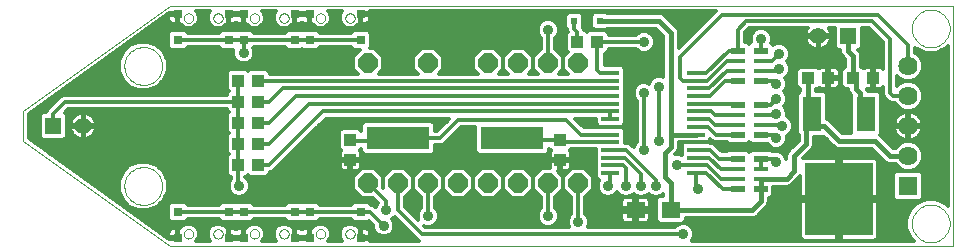
<source format=gtl>
G75*
G70*
%OFA0B0*%
%FSLAX24Y24*%
%IPPOS*%
%LPD*%
%AMOC8*
5,1,8,0,0,1.08239X$1,22.5*
%
%ADD10C,0.0000*%
%ADD11R,0.0555X0.0555*%
%ADD12C,0.0555*%
%ADD13R,0.0433X0.0394*%
%ADD14R,0.0591X0.0157*%
%ADD15R,0.2100X0.0760*%
%ADD16R,0.0394X0.0433*%
%ADD17R,0.0630X0.0551*%
%ADD18R,0.0640X0.0640*%
%ADD19C,0.0640*%
%ADD20R,0.0453X0.0173*%
%ADD21R,0.0453X0.0248*%
%ADD22OC8,0.0634*%
%ADD23R,0.2283X0.2441*%
%ADD24R,0.0630X0.1181*%
%ADD25R,0.0236X0.0236*%
%ADD26R,0.0315X0.0315*%
%ADD27C,0.0160*%
%ADD28C,0.0120*%
%ADD29C,0.0350*%
D10*
X000161Y003782D02*
X005061Y000282D01*
X031161Y000282D01*
X031161Y008282D01*
X005061Y008282D01*
X000161Y004782D01*
X000161Y003782D01*
X003531Y002282D02*
X003533Y002332D01*
X003539Y002382D01*
X003549Y002431D01*
X003563Y002479D01*
X003580Y002526D01*
X003601Y002571D01*
X003626Y002615D01*
X003654Y002656D01*
X003686Y002695D01*
X003720Y002732D01*
X003757Y002766D01*
X003797Y002796D01*
X003839Y002823D01*
X003883Y002847D01*
X003929Y002868D01*
X003976Y002884D01*
X004024Y002897D01*
X004074Y002906D01*
X004123Y002911D01*
X004174Y002912D01*
X004224Y002909D01*
X004273Y002902D01*
X004322Y002891D01*
X004370Y002876D01*
X004416Y002858D01*
X004461Y002836D01*
X004504Y002810D01*
X004545Y002781D01*
X004584Y002749D01*
X004620Y002714D01*
X004652Y002676D01*
X004682Y002636D01*
X004709Y002593D01*
X004732Y002549D01*
X004751Y002503D01*
X004767Y002455D01*
X004779Y002406D01*
X004787Y002357D01*
X004791Y002307D01*
X004791Y002257D01*
X004787Y002207D01*
X004779Y002158D01*
X004767Y002109D01*
X004751Y002061D01*
X004732Y002015D01*
X004709Y001971D01*
X004682Y001928D01*
X004652Y001888D01*
X004620Y001850D01*
X004584Y001815D01*
X004545Y001783D01*
X004504Y001754D01*
X004461Y001728D01*
X004416Y001706D01*
X004370Y001688D01*
X004322Y001673D01*
X004273Y001662D01*
X004224Y001655D01*
X004174Y001652D01*
X004123Y001653D01*
X004074Y001658D01*
X004024Y001667D01*
X003976Y001680D01*
X003929Y001696D01*
X003883Y001717D01*
X003839Y001741D01*
X003797Y001768D01*
X003757Y001798D01*
X003720Y001832D01*
X003686Y001869D01*
X003654Y001908D01*
X003626Y001949D01*
X003601Y001993D01*
X003580Y002038D01*
X003563Y002085D01*
X003549Y002133D01*
X003539Y002182D01*
X003533Y002232D01*
X003531Y002282D01*
X005512Y000687D02*
X005514Y000712D01*
X005520Y000736D01*
X005529Y000758D01*
X005542Y000779D01*
X005558Y000798D01*
X005577Y000814D01*
X005598Y000827D01*
X005620Y000836D01*
X005644Y000842D01*
X005669Y000844D01*
X005694Y000842D01*
X005718Y000836D01*
X005740Y000827D01*
X005761Y000814D01*
X005780Y000798D01*
X005796Y000779D01*
X005809Y000758D01*
X005818Y000736D01*
X005824Y000712D01*
X005826Y000687D01*
X005824Y000662D01*
X005818Y000638D01*
X005809Y000616D01*
X005796Y000595D01*
X005780Y000576D01*
X005761Y000560D01*
X005740Y000547D01*
X005718Y000538D01*
X005694Y000532D01*
X005669Y000530D01*
X005644Y000532D01*
X005620Y000538D01*
X005598Y000547D01*
X005577Y000560D01*
X005558Y000576D01*
X005542Y000595D01*
X005529Y000616D01*
X005520Y000638D01*
X005514Y000662D01*
X005512Y000687D01*
X005514Y000712D01*
X005520Y000736D01*
X005529Y000758D01*
X005542Y000779D01*
X005558Y000798D01*
X005577Y000814D01*
X005598Y000827D01*
X005620Y000836D01*
X005644Y000842D01*
X005669Y000844D01*
X005694Y000842D01*
X005718Y000836D01*
X005740Y000827D01*
X005761Y000814D01*
X005780Y000798D01*
X005796Y000779D01*
X005809Y000758D01*
X005818Y000736D01*
X005824Y000712D01*
X005826Y000687D01*
X005824Y000662D01*
X005818Y000638D01*
X005809Y000616D01*
X005796Y000595D01*
X005780Y000576D01*
X005761Y000560D01*
X005740Y000547D01*
X005718Y000538D01*
X005694Y000532D01*
X005669Y000530D01*
X005644Y000532D01*
X005620Y000538D01*
X005598Y000547D01*
X005577Y000560D01*
X005558Y000576D01*
X005542Y000595D01*
X005529Y000616D01*
X005520Y000638D01*
X005514Y000662D01*
X005512Y000687D01*
X006496Y000687D02*
X006498Y000712D01*
X006504Y000736D01*
X006513Y000758D01*
X006526Y000779D01*
X006542Y000798D01*
X006561Y000814D01*
X006582Y000827D01*
X006604Y000836D01*
X006628Y000842D01*
X006653Y000844D01*
X006678Y000842D01*
X006702Y000836D01*
X006724Y000827D01*
X006745Y000814D01*
X006764Y000798D01*
X006780Y000779D01*
X006793Y000758D01*
X006802Y000736D01*
X006808Y000712D01*
X006810Y000687D01*
X006808Y000662D01*
X006802Y000638D01*
X006793Y000616D01*
X006780Y000595D01*
X006764Y000576D01*
X006745Y000560D01*
X006724Y000547D01*
X006702Y000538D01*
X006678Y000532D01*
X006653Y000530D01*
X006628Y000532D01*
X006604Y000538D01*
X006582Y000547D01*
X006561Y000560D01*
X006542Y000576D01*
X006526Y000595D01*
X006513Y000616D01*
X006504Y000638D01*
X006498Y000662D01*
X006496Y000687D01*
X006498Y000712D01*
X006504Y000736D01*
X006513Y000758D01*
X006526Y000779D01*
X006542Y000798D01*
X006561Y000814D01*
X006582Y000827D01*
X006604Y000836D01*
X006628Y000842D01*
X006653Y000844D01*
X006678Y000842D01*
X006702Y000836D01*
X006724Y000827D01*
X006745Y000814D01*
X006764Y000798D01*
X006780Y000779D01*
X006793Y000758D01*
X006802Y000736D01*
X006808Y000712D01*
X006810Y000687D01*
X006808Y000662D01*
X006802Y000638D01*
X006793Y000616D01*
X006780Y000595D01*
X006764Y000576D01*
X006745Y000560D01*
X006724Y000547D01*
X006702Y000538D01*
X006678Y000532D01*
X006653Y000530D01*
X006628Y000532D01*
X006604Y000538D01*
X006582Y000547D01*
X006561Y000560D01*
X006542Y000576D01*
X006526Y000595D01*
X006513Y000616D01*
X006504Y000638D01*
X006498Y000662D01*
X006496Y000687D01*
X007712Y000687D02*
X007714Y000712D01*
X007720Y000736D01*
X007729Y000758D01*
X007742Y000779D01*
X007758Y000798D01*
X007777Y000814D01*
X007798Y000827D01*
X007820Y000836D01*
X007844Y000842D01*
X007869Y000844D01*
X007894Y000842D01*
X007918Y000836D01*
X007940Y000827D01*
X007961Y000814D01*
X007980Y000798D01*
X007996Y000779D01*
X008009Y000758D01*
X008018Y000736D01*
X008024Y000712D01*
X008026Y000687D01*
X008024Y000662D01*
X008018Y000638D01*
X008009Y000616D01*
X007996Y000595D01*
X007980Y000576D01*
X007961Y000560D01*
X007940Y000547D01*
X007918Y000538D01*
X007894Y000532D01*
X007869Y000530D01*
X007844Y000532D01*
X007820Y000538D01*
X007798Y000547D01*
X007777Y000560D01*
X007758Y000576D01*
X007742Y000595D01*
X007729Y000616D01*
X007720Y000638D01*
X007714Y000662D01*
X007712Y000687D01*
X007714Y000712D01*
X007720Y000736D01*
X007729Y000758D01*
X007742Y000779D01*
X007758Y000798D01*
X007777Y000814D01*
X007798Y000827D01*
X007820Y000836D01*
X007844Y000842D01*
X007869Y000844D01*
X007894Y000842D01*
X007918Y000836D01*
X007940Y000827D01*
X007961Y000814D01*
X007980Y000798D01*
X007996Y000779D01*
X008009Y000758D01*
X008018Y000736D01*
X008024Y000712D01*
X008026Y000687D01*
X008024Y000662D01*
X008018Y000638D01*
X008009Y000616D01*
X007996Y000595D01*
X007980Y000576D01*
X007961Y000560D01*
X007940Y000547D01*
X007918Y000538D01*
X007894Y000532D01*
X007869Y000530D01*
X007844Y000532D01*
X007820Y000538D01*
X007798Y000547D01*
X007777Y000560D01*
X007758Y000576D01*
X007742Y000595D01*
X007729Y000616D01*
X007720Y000638D01*
X007714Y000662D01*
X007712Y000687D01*
X008696Y000687D02*
X008698Y000712D01*
X008704Y000736D01*
X008713Y000758D01*
X008726Y000779D01*
X008742Y000798D01*
X008761Y000814D01*
X008782Y000827D01*
X008804Y000836D01*
X008828Y000842D01*
X008853Y000844D01*
X008878Y000842D01*
X008902Y000836D01*
X008924Y000827D01*
X008945Y000814D01*
X008964Y000798D01*
X008980Y000779D01*
X008993Y000758D01*
X009002Y000736D01*
X009008Y000712D01*
X009010Y000687D01*
X009008Y000662D01*
X009002Y000638D01*
X008993Y000616D01*
X008980Y000595D01*
X008964Y000576D01*
X008945Y000560D01*
X008924Y000547D01*
X008902Y000538D01*
X008878Y000532D01*
X008853Y000530D01*
X008828Y000532D01*
X008804Y000538D01*
X008782Y000547D01*
X008761Y000560D01*
X008742Y000576D01*
X008726Y000595D01*
X008713Y000616D01*
X008704Y000638D01*
X008698Y000662D01*
X008696Y000687D01*
X008698Y000712D01*
X008704Y000736D01*
X008713Y000758D01*
X008726Y000779D01*
X008742Y000798D01*
X008761Y000814D01*
X008782Y000827D01*
X008804Y000836D01*
X008828Y000842D01*
X008853Y000844D01*
X008878Y000842D01*
X008902Y000836D01*
X008924Y000827D01*
X008945Y000814D01*
X008964Y000798D01*
X008980Y000779D01*
X008993Y000758D01*
X009002Y000736D01*
X009008Y000712D01*
X009010Y000687D01*
X009008Y000662D01*
X009002Y000638D01*
X008993Y000616D01*
X008980Y000595D01*
X008964Y000576D01*
X008945Y000560D01*
X008924Y000547D01*
X008902Y000538D01*
X008878Y000532D01*
X008853Y000530D01*
X008828Y000532D01*
X008804Y000538D01*
X008782Y000547D01*
X008761Y000560D01*
X008742Y000576D01*
X008726Y000595D01*
X008713Y000616D01*
X008704Y000638D01*
X008698Y000662D01*
X008696Y000687D01*
X009912Y000687D02*
X009914Y000712D01*
X009920Y000736D01*
X009929Y000758D01*
X009942Y000779D01*
X009958Y000798D01*
X009977Y000814D01*
X009998Y000827D01*
X010020Y000836D01*
X010044Y000842D01*
X010069Y000844D01*
X010094Y000842D01*
X010118Y000836D01*
X010140Y000827D01*
X010161Y000814D01*
X010180Y000798D01*
X010196Y000779D01*
X010209Y000758D01*
X010218Y000736D01*
X010224Y000712D01*
X010226Y000687D01*
X010224Y000662D01*
X010218Y000638D01*
X010209Y000616D01*
X010196Y000595D01*
X010180Y000576D01*
X010161Y000560D01*
X010140Y000547D01*
X010118Y000538D01*
X010094Y000532D01*
X010069Y000530D01*
X010044Y000532D01*
X010020Y000538D01*
X009998Y000547D01*
X009977Y000560D01*
X009958Y000576D01*
X009942Y000595D01*
X009929Y000616D01*
X009920Y000638D01*
X009914Y000662D01*
X009912Y000687D01*
X009914Y000712D01*
X009920Y000736D01*
X009929Y000758D01*
X009942Y000779D01*
X009958Y000798D01*
X009977Y000814D01*
X009998Y000827D01*
X010020Y000836D01*
X010044Y000842D01*
X010069Y000844D01*
X010094Y000842D01*
X010118Y000836D01*
X010140Y000827D01*
X010161Y000814D01*
X010180Y000798D01*
X010196Y000779D01*
X010209Y000758D01*
X010218Y000736D01*
X010224Y000712D01*
X010226Y000687D01*
X010224Y000662D01*
X010218Y000638D01*
X010209Y000616D01*
X010196Y000595D01*
X010180Y000576D01*
X010161Y000560D01*
X010140Y000547D01*
X010118Y000538D01*
X010094Y000532D01*
X010069Y000530D01*
X010044Y000532D01*
X010020Y000538D01*
X009998Y000547D01*
X009977Y000560D01*
X009958Y000576D01*
X009942Y000595D01*
X009929Y000616D01*
X009920Y000638D01*
X009914Y000662D01*
X009912Y000687D01*
X010896Y000687D02*
X010898Y000712D01*
X010904Y000736D01*
X010913Y000758D01*
X010926Y000779D01*
X010942Y000798D01*
X010961Y000814D01*
X010982Y000827D01*
X011004Y000836D01*
X011028Y000842D01*
X011053Y000844D01*
X011078Y000842D01*
X011102Y000836D01*
X011124Y000827D01*
X011145Y000814D01*
X011164Y000798D01*
X011180Y000779D01*
X011193Y000758D01*
X011202Y000736D01*
X011208Y000712D01*
X011210Y000687D01*
X011208Y000662D01*
X011202Y000638D01*
X011193Y000616D01*
X011180Y000595D01*
X011164Y000576D01*
X011145Y000560D01*
X011124Y000547D01*
X011102Y000538D01*
X011078Y000532D01*
X011053Y000530D01*
X011028Y000532D01*
X011004Y000538D01*
X010982Y000547D01*
X010961Y000560D01*
X010942Y000576D01*
X010926Y000595D01*
X010913Y000616D01*
X010904Y000638D01*
X010898Y000662D01*
X010896Y000687D01*
X010898Y000712D01*
X010904Y000736D01*
X010913Y000758D01*
X010926Y000779D01*
X010942Y000798D01*
X010961Y000814D01*
X010982Y000827D01*
X011004Y000836D01*
X011028Y000842D01*
X011053Y000844D01*
X011078Y000842D01*
X011102Y000836D01*
X011124Y000827D01*
X011145Y000814D01*
X011164Y000798D01*
X011180Y000779D01*
X011193Y000758D01*
X011202Y000736D01*
X011208Y000712D01*
X011210Y000687D01*
X011208Y000662D01*
X011202Y000638D01*
X011193Y000616D01*
X011180Y000595D01*
X011164Y000576D01*
X011145Y000560D01*
X011124Y000547D01*
X011102Y000538D01*
X011078Y000532D01*
X011053Y000530D01*
X011028Y000532D01*
X011004Y000538D01*
X010982Y000547D01*
X010961Y000560D01*
X010942Y000576D01*
X010926Y000595D01*
X010913Y000616D01*
X010904Y000638D01*
X010898Y000662D01*
X010896Y000687D01*
X003531Y006282D02*
X003533Y006332D01*
X003539Y006382D01*
X003549Y006431D01*
X003563Y006479D01*
X003580Y006526D01*
X003601Y006571D01*
X003626Y006615D01*
X003654Y006656D01*
X003686Y006695D01*
X003720Y006732D01*
X003757Y006766D01*
X003797Y006796D01*
X003839Y006823D01*
X003883Y006847D01*
X003929Y006868D01*
X003976Y006884D01*
X004024Y006897D01*
X004074Y006906D01*
X004123Y006911D01*
X004174Y006912D01*
X004224Y006909D01*
X004273Y006902D01*
X004322Y006891D01*
X004370Y006876D01*
X004416Y006858D01*
X004461Y006836D01*
X004504Y006810D01*
X004545Y006781D01*
X004584Y006749D01*
X004620Y006714D01*
X004652Y006676D01*
X004682Y006636D01*
X004709Y006593D01*
X004732Y006549D01*
X004751Y006503D01*
X004767Y006455D01*
X004779Y006406D01*
X004787Y006357D01*
X004791Y006307D01*
X004791Y006257D01*
X004787Y006207D01*
X004779Y006158D01*
X004767Y006109D01*
X004751Y006061D01*
X004732Y006015D01*
X004709Y005971D01*
X004682Y005928D01*
X004652Y005888D01*
X004620Y005850D01*
X004584Y005815D01*
X004545Y005783D01*
X004504Y005754D01*
X004461Y005728D01*
X004416Y005706D01*
X004370Y005688D01*
X004322Y005673D01*
X004273Y005662D01*
X004224Y005655D01*
X004174Y005652D01*
X004123Y005653D01*
X004074Y005658D01*
X004024Y005667D01*
X003976Y005680D01*
X003929Y005696D01*
X003883Y005717D01*
X003839Y005741D01*
X003797Y005768D01*
X003757Y005798D01*
X003720Y005832D01*
X003686Y005869D01*
X003654Y005908D01*
X003626Y005949D01*
X003601Y005993D01*
X003580Y006038D01*
X003563Y006085D01*
X003549Y006133D01*
X003539Y006182D01*
X003533Y006232D01*
X003531Y006282D01*
X005512Y007877D02*
X005514Y007902D01*
X005520Y007926D01*
X005529Y007948D01*
X005542Y007969D01*
X005558Y007988D01*
X005577Y008004D01*
X005598Y008017D01*
X005620Y008026D01*
X005644Y008032D01*
X005669Y008034D01*
X005694Y008032D01*
X005718Y008026D01*
X005740Y008017D01*
X005761Y008004D01*
X005780Y007988D01*
X005796Y007969D01*
X005809Y007948D01*
X005818Y007926D01*
X005824Y007902D01*
X005826Y007877D01*
X005824Y007852D01*
X005818Y007828D01*
X005809Y007806D01*
X005796Y007785D01*
X005780Y007766D01*
X005761Y007750D01*
X005740Y007737D01*
X005718Y007728D01*
X005694Y007722D01*
X005669Y007720D01*
X005644Y007722D01*
X005620Y007728D01*
X005598Y007737D01*
X005577Y007750D01*
X005558Y007766D01*
X005542Y007785D01*
X005529Y007806D01*
X005520Y007828D01*
X005514Y007852D01*
X005512Y007877D01*
X005514Y007902D01*
X005520Y007926D01*
X005529Y007948D01*
X005542Y007969D01*
X005558Y007988D01*
X005577Y008004D01*
X005598Y008017D01*
X005620Y008026D01*
X005644Y008032D01*
X005669Y008034D01*
X005694Y008032D01*
X005718Y008026D01*
X005740Y008017D01*
X005761Y008004D01*
X005780Y007988D01*
X005796Y007969D01*
X005809Y007948D01*
X005818Y007926D01*
X005824Y007902D01*
X005826Y007877D01*
X005824Y007852D01*
X005818Y007828D01*
X005809Y007806D01*
X005796Y007785D01*
X005780Y007766D01*
X005761Y007750D01*
X005740Y007737D01*
X005718Y007728D01*
X005694Y007722D01*
X005669Y007720D01*
X005644Y007722D01*
X005620Y007728D01*
X005598Y007737D01*
X005577Y007750D01*
X005558Y007766D01*
X005542Y007785D01*
X005529Y007806D01*
X005520Y007828D01*
X005514Y007852D01*
X005512Y007877D01*
X006496Y007877D02*
X006498Y007902D01*
X006504Y007926D01*
X006513Y007948D01*
X006526Y007969D01*
X006542Y007988D01*
X006561Y008004D01*
X006582Y008017D01*
X006604Y008026D01*
X006628Y008032D01*
X006653Y008034D01*
X006678Y008032D01*
X006702Y008026D01*
X006724Y008017D01*
X006745Y008004D01*
X006764Y007988D01*
X006780Y007969D01*
X006793Y007948D01*
X006802Y007926D01*
X006808Y007902D01*
X006810Y007877D01*
X006808Y007852D01*
X006802Y007828D01*
X006793Y007806D01*
X006780Y007785D01*
X006764Y007766D01*
X006745Y007750D01*
X006724Y007737D01*
X006702Y007728D01*
X006678Y007722D01*
X006653Y007720D01*
X006628Y007722D01*
X006604Y007728D01*
X006582Y007737D01*
X006561Y007750D01*
X006542Y007766D01*
X006526Y007785D01*
X006513Y007806D01*
X006504Y007828D01*
X006498Y007852D01*
X006496Y007877D01*
X006498Y007902D01*
X006504Y007926D01*
X006513Y007948D01*
X006526Y007969D01*
X006542Y007988D01*
X006561Y008004D01*
X006582Y008017D01*
X006604Y008026D01*
X006628Y008032D01*
X006653Y008034D01*
X006678Y008032D01*
X006702Y008026D01*
X006724Y008017D01*
X006745Y008004D01*
X006764Y007988D01*
X006780Y007969D01*
X006793Y007948D01*
X006802Y007926D01*
X006808Y007902D01*
X006810Y007877D01*
X006808Y007852D01*
X006802Y007828D01*
X006793Y007806D01*
X006780Y007785D01*
X006764Y007766D01*
X006745Y007750D01*
X006724Y007737D01*
X006702Y007728D01*
X006678Y007722D01*
X006653Y007720D01*
X006628Y007722D01*
X006604Y007728D01*
X006582Y007737D01*
X006561Y007750D01*
X006542Y007766D01*
X006526Y007785D01*
X006513Y007806D01*
X006504Y007828D01*
X006498Y007852D01*
X006496Y007877D01*
X007712Y007877D02*
X007714Y007902D01*
X007720Y007926D01*
X007729Y007948D01*
X007742Y007969D01*
X007758Y007988D01*
X007777Y008004D01*
X007798Y008017D01*
X007820Y008026D01*
X007844Y008032D01*
X007869Y008034D01*
X007894Y008032D01*
X007918Y008026D01*
X007940Y008017D01*
X007961Y008004D01*
X007980Y007988D01*
X007996Y007969D01*
X008009Y007948D01*
X008018Y007926D01*
X008024Y007902D01*
X008026Y007877D01*
X008024Y007852D01*
X008018Y007828D01*
X008009Y007806D01*
X007996Y007785D01*
X007980Y007766D01*
X007961Y007750D01*
X007940Y007737D01*
X007918Y007728D01*
X007894Y007722D01*
X007869Y007720D01*
X007844Y007722D01*
X007820Y007728D01*
X007798Y007737D01*
X007777Y007750D01*
X007758Y007766D01*
X007742Y007785D01*
X007729Y007806D01*
X007720Y007828D01*
X007714Y007852D01*
X007712Y007877D01*
X007714Y007902D01*
X007720Y007926D01*
X007729Y007948D01*
X007742Y007969D01*
X007758Y007988D01*
X007777Y008004D01*
X007798Y008017D01*
X007820Y008026D01*
X007844Y008032D01*
X007869Y008034D01*
X007894Y008032D01*
X007918Y008026D01*
X007940Y008017D01*
X007961Y008004D01*
X007980Y007988D01*
X007996Y007969D01*
X008009Y007948D01*
X008018Y007926D01*
X008024Y007902D01*
X008026Y007877D01*
X008024Y007852D01*
X008018Y007828D01*
X008009Y007806D01*
X007996Y007785D01*
X007980Y007766D01*
X007961Y007750D01*
X007940Y007737D01*
X007918Y007728D01*
X007894Y007722D01*
X007869Y007720D01*
X007844Y007722D01*
X007820Y007728D01*
X007798Y007737D01*
X007777Y007750D01*
X007758Y007766D01*
X007742Y007785D01*
X007729Y007806D01*
X007720Y007828D01*
X007714Y007852D01*
X007712Y007877D01*
X008696Y007877D02*
X008698Y007902D01*
X008704Y007926D01*
X008713Y007948D01*
X008726Y007969D01*
X008742Y007988D01*
X008761Y008004D01*
X008782Y008017D01*
X008804Y008026D01*
X008828Y008032D01*
X008853Y008034D01*
X008878Y008032D01*
X008902Y008026D01*
X008924Y008017D01*
X008945Y008004D01*
X008964Y007988D01*
X008980Y007969D01*
X008993Y007948D01*
X009002Y007926D01*
X009008Y007902D01*
X009010Y007877D01*
X009008Y007852D01*
X009002Y007828D01*
X008993Y007806D01*
X008980Y007785D01*
X008964Y007766D01*
X008945Y007750D01*
X008924Y007737D01*
X008902Y007728D01*
X008878Y007722D01*
X008853Y007720D01*
X008828Y007722D01*
X008804Y007728D01*
X008782Y007737D01*
X008761Y007750D01*
X008742Y007766D01*
X008726Y007785D01*
X008713Y007806D01*
X008704Y007828D01*
X008698Y007852D01*
X008696Y007877D01*
X008698Y007902D01*
X008704Y007926D01*
X008713Y007948D01*
X008726Y007969D01*
X008742Y007988D01*
X008761Y008004D01*
X008782Y008017D01*
X008804Y008026D01*
X008828Y008032D01*
X008853Y008034D01*
X008878Y008032D01*
X008902Y008026D01*
X008924Y008017D01*
X008945Y008004D01*
X008964Y007988D01*
X008980Y007969D01*
X008993Y007948D01*
X009002Y007926D01*
X009008Y007902D01*
X009010Y007877D01*
X009008Y007852D01*
X009002Y007828D01*
X008993Y007806D01*
X008980Y007785D01*
X008964Y007766D01*
X008945Y007750D01*
X008924Y007737D01*
X008902Y007728D01*
X008878Y007722D01*
X008853Y007720D01*
X008828Y007722D01*
X008804Y007728D01*
X008782Y007737D01*
X008761Y007750D01*
X008742Y007766D01*
X008726Y007785D01*
X008713Y007806D01*
X008704Y007828D01*
X008698Y007852D01*
X008696Y007877D01*
X009912Y007877D02*
X009914Y007902D01*
X009920Y007926D01*
X009929Y007948D01*
X009942Y007969D01*
X009958Y007988D01*
X009977Y008004D01*
X009998Y008017D01*
X010020Y008026D01*
X010044Y008032D01*
X010069Y008034D01*
X010094Y008032D01*
X010118Y008026D01*
X010140Y008017D01*
X010161Y008004D01*
X010180Y007988D01*
X010196Y007969D01*
X010209Y007948D01*
X010218Y007926D01*
X010224Y007902D01*
X010226Y007877D01*
X010224Y007852D01*
X010218Y007828D01*
X010209Y007806D01*
X010196Y007785D01*
X010180Y007766D01*
X010161Y007750D01*
X010140Y007737D01*
X010118Y007728D01*
X010094Y007722D01*
X010069Y007720D01*
X010044Y007722D01*
X010020Y007728D01*
X009998Y007737D01*
X009977Y007750D01*
X009958Y007766D01*
X009942Y007785D01*
X009929Y007806D01*
X009920Y007828D01*
X009914Y007852D01*
X009912Y007877D01*
X009914Y007902D01*
X009920Y007926D01*
X009929Y007948D01*
X009942Y007969D01*
X009958Y007988D01*
X009977Y008004D01*
X009998Y008017D01*
X010020Y008026D01*
X010044Y008032D01*
X010069Y008034D01*
X010094Y008032D01*
X010118Y008026D01*
X010140Y008017D01*
X010161Y008004D01*
X010180Y007988D01*
X010196Y007969D01*
X010209Y007948D01*
X010218Y007926D01*
X010224Y007902D01*
X010226Y007877D01*
X010224Y007852D01*
X010218Y007828D01*
X010209Y007806D01*
X010196Y007785D01*
X010180Y007766D01*
X010161Y007750D01*
X010140Y007737D01*
X010118Y007728D01*
X010094Y007722D01*
X010069Y007720D01*
X010044Y007722D01*
X010020Y007728D01*
X009998Y007737D01*
X009977Y007750D01*
X009958Y007766D01*
X009942Y007785D01*
X009929Y007806D01*
X009920Y007828D01*
X009914Y007852D01*
X009912Y007877D01*
X010896Y007877D02*
X010898Y007902D01*
X010904Y007926D01*
X010913Y007948D01*
X010926Y007969D01*
X010942Y007988D01*
X010961Y008004D01*
X010982Y008017D01*
X011004Y008026D01*
X011028Y008032D01*
X011053Y008034D01*
X011078Y008032D01*
X011102Y008026D01*
X011124Y008017D01*
X011145Y008004D01*
X011164Y007988D01*
X011180Y007969D01*
X011193Y007948D01*
X011202Y007926D01*
X011208Y007902D01*
X011210Y007877D01*
X011208Y007852D01*
X011202Y007828D01*
X011193Y007806D01*
X011180Y007785D01*
X011164Y007766D01*
X011145Y007750D01*
X011124Y007737D01*
X011102Y007728D01*
X011078Y007722D01*
X011053Y007720D01*
X011028Y007722D01*
X011004Y007728D01*
X010982Y007737D01*
X010961Y007750D01*
X010942Y007766D01*
X010926Y007785D01*
X010913Y007806D01*
X010904Y007828D01*
X010898Y007852D01*
X010896Y007877D01*
X010898Y007902D01*
X010904Y007926D01*
X010913Y007948D01*
X010926Y007969D01*
X010942Y007988D01*
X010961Y008004D01*
X010982Y008017D01*
X011004Y008026D01*
X011028Y008032D01*
X011053Y008034D01*
X011078Y008032D01*
X011102Y008026D01*
X011124Y008017D01*
X011145Y008004D01*
X011164Y007988D01*
X011180Y007969D01*
X011193Y007948D01*
X011202Y007926D01*
X011208Y007902D01*
X011210Y007877D01*
X011208Y007852D01*
X011202Y007828D01*
X011193Y007806D01*
X011180Y007785D01*
X011164Y007766D01*
X011145Y007750D01*
X011124Y007737D01*
X011102Y007728D01*
X011078Y007722D01*
X011053Y007720D01*
X011028Y007722D01*
X011004Y007728D01*
X010982Y007737D01*
X010961Y007750D01*
X010942Y007766D01*
X010926Y007785D01*
X010913Y007806D01*
X010904Y007828D01*
X010898Y007852D01*
X010896Y007877D01*
X029781Y007532D02*
X029783Y007582D01*
X029789Y007632D01*
X029799Y007681D01*
X029813Y007729D01*
X029830Y007776D01*
X029851Y007821D01*
X029876Y007865D01*
X029904Y007906D01*
X029936Y007945D01*
X029970Y007982D01*
X030007Y008016D01*
X030047Y008046D01*
X030089Y008073D01*
X030133Y008097D01*
X030179Y008118D01*
X030226Y008134D01*
X030274Y008147D01*
X030324Y008156D01*
X030373Y008161D01*
X030424Y008162D01*
X030474Y008159D01*
X030523Y008152D01*
X030572Y008141D01*
X030620Y008126D01*
X030666Y008108D01*
X030711Y008086D01*
X030754Y008060D01*
X030795Y008031D01*
X030834Y007999D01*
X030870Y007964D01*
X030902Y007926D01*
X030932Y007886D01*
X030959Y007843D01*
X030982Y007799D01*
X031001Y007753D01*
X031017Y007705D01*
X031029Y007656D01*
X031037Y007607D01*
X031041Y007557D01*
X031041Y007507D01*
X031037Y007457D01*
X031029Y007408D01*
X031017Y007359D01*
X031001Y007311D01*
X030982Y007265D01*
X030959Y007221D01*
X030932Y007178D01*
X030902Y007138D01*
X030870Y007100D01*
X030834Y007065D01*
X030795Y007033D01*
X030754Y007004D01*
X030711Y006978D01*
X030666Y006956D01*
X030620Y006938D01*
X030572Y006923D01*
X030523Y006912D01*
X030474Y006905D01*
X030424Y006902D01*
X030373Y006903D01*
X030324Y006908D01*
X030274Y006917D01*
X030226Y006930D01*
X030179Y006946D01*
X030133Y006967D01*
X030089Y006991D01*
X030047Y007018D01*
X030007Y007048D01*
X029970Y007082D01*
X029936Y007119D01*
X029904Y007158D01*
X029876Y007199D01*
X029851Y007243D01*
X029830Y007288D01*
X029813Y007335D01*
X029799Y007383D01*
X029789Y007432D01*
X029783Y007482D01*
X029781Y007532D01*
X029781Y001032D02*
X029783Y001082D01*
X029789Y001132D01*
X029799Y001181D01*
X029813Y001229D01*
X029830Y001276D01*
X029851Y001321D01*
X029876Y001365D01*
X029904Y001406D01*
X029936Y001445D01*
X029970Y001482D01*
X030007Y001516D01*
X030047Y001546D01*
X030089Y001573D01*
X030133Y001597D01*
X030179Y001618D01*
X030226Y001634D01*
X030274Y001647D01*
X030324Y001656D01*
X030373Y001661D01*
X030424Y001662D01*
X030474Y001659D01*
X030523Y001652D01*
X030572Y001641D01*
X030620Y001626D01*
X030666Y001608D01*
X030711Y001586D01*
X030754Y001560D01*
X030795Y001531D01*
X030834Y001499D01*
X030870Y001464D01*
X030902Y001426D01*
X030932Y001386D01*
X030959Y001343D01*
X030982Y001299D01*
X031001Y001253D01*
X031017Y001205D01*
X031029Y001156D01*
X031037Y001107D01*
X031041Y001057D01*
X031041Y001007D01*
X031037Y000957D01*
X031029Y000908D01*
X031017Y000859D01*
X031001Y000811D01*
X030982Y000765D01*
X030959Y000721D01*
X030932Y000678D01*
X030902Y000638D01*
X030870Y000600D01*
X030834Y000565D01*
X030795Y000533D01*
X030754Y000504D01*
X030711Y000478D01*
X030666Y000456D01*
X030620Y000438D01*
X030572Y000423D01*
X030523Y000412D01*
X030474Y000405D01*
X030424Y000402D01*
X030373Y000403D01*
X030324Y000408D01*
X030274Y000417D01*
X030226Y000430D01*
X030179Y000446D01*
X030133Y000467D01*
X030089Y000491D01*
X030047Y000518D01*
X030007Y000548D01*
X029970Y000582D01*
X029936Y000619D01*
X029904Y000658D01*
X029876Y000699D01*
X029851Y000743D01*
X029830Y000788D01*
X029813Y000835D01*
X029799Y000883D01*
X029789Y000932D01*
X029783Y000982D01*
X029781Y001032D01*
D11*
X027661Y007282D03*
X001161Y004282D03*
D12*
X002161Y004282D03*
X026661Y007282D03*
D13*
X026327Y005882D03*
X026996Y005882D03*
X027827Y005882D03*
X028496Y005882D03*
D14*
X022588Y005790D03*
X022588Y006046D03*
X022588Y005534D03*
X022588Y005278D03*
X022588Y005022D03*
X022588Y004766D03*
X022588Y004510D03*
X022588Y004254D03*
X022588Y003998D03*
X022588Y003742D03*
X022588Y003487D03*
X022588Y003231D03*
X022588Y002975D03*
X022588Y002719D03*
X019734Y002719D03*
X019734Y002975D03*
X019734Y003231D03*
X019734Y003487D03*
X019734Y003742D03*
X019734Y003998D03*
X019734Y004254D03*
X019734Y004510D03*
X019734Y004766D03*
X019734Y005022D03*
X019734Y005278D03*
X019734Y005534D03*
X019734Y005790D03*
X019734Y006046D03*
D15*
X016461Y003882D03*
X012661Y003882D03*
D16*
X011061Y003817D03*
X011061Y003148D03*
X007996Y002982D03*
X007327Y002982D03*
X007327Y003682D03*
X007996Y003682D03*
X007996Y004382D03*
X007327Y004382D03*
X007327Y005082D03*
X007996Y005082D03*
X007996Y005782D03*
X007327Y005782D03*
X018061Y003817D03*
X018061Y003148D03*
X018627Y007082D03*
X019296Y007082D03*
D17*
X020571Y001482D03*
X021752Y001482D03*
D18*
X029661Y002282D03*
D19*
X029661Y003282D03*
X029661Y004282D03*
X029661Y005282D03*
X029661Y006282D03*
D20*
X024745Y006125D03*
X023977Y006125D03*
X023977Y006440D03*
X024745Y006440D03*
X024745Y004640D03*
X023977Y004640D03*
X023977Y004325D03*
X024745Y004325D03*
X024745Y002840D03*
X023977Y002840D03*
X023977Y002525D03*
X024745Y002525D03*
D21*
X024745Y002172D03*
X023977Y002172D03*
X023977Y003192D03*
X024745Y003192D03*
X024745Y003972D03*
X023977Y003972D03*
X023977Y004992D03*
X024745Y004992D03*
X024745Y005772D03*
X023977Y005772D03*
X023977Y006792D03*
X024745Y006792D03*
D22*
X018661Y006382D03*
X017661Y006382D03*
X016661Y006382D03*
X015661Y006382D03*
X013661Y006382D03*
X011661Y006382D03*
X011661Y002382D03*
X012661Y002382D03*
X013661Y002382D03*
X014661Y002382D03*
X015661Y002382D03*
X016661Y002382D03*
X017661Y002382D03*
X018661Y002382D03*
D23*
X027361Y001845D03*
D24*
X026464Y004672D03*
X028259Y004672D03*
D25*
X019394Y007782D03*
X018528Y007782D03*
D26*
X011409Y008015D03*
X009713Y008015D03*
X009209Y008015D03*
X007513Y008015D03*
X007009Y008015D03*
X005313Y008015D03*
X005313Y007149D03*
X007009Y007149D03*
X007513Y007149D03*
X009209Y007149D03*
X009713Y007149D03*
X011409Y007149D03*
X011409Y001415D03*
X009713Y001415D03*
X009209Y001415D03*
X007513Y001415D03*
X007009Y001415D03*
X005313Y001415D03*
X005313Y000549D03*
X007009Y000549D03*
X007513Y000549D03*
X009209Y000549D03*
X009713Y000549D03*
X011409Y000549D03*
D27*
X021561Y002582D02*
X021761Y002382D01*
X021761Y001492D01*
X021752Y001482D01*
X024461Y001482D01*
X024745Y001766D01*
X024745Y002172D01*
X024745Y002525D01*
X025604Y002525D01*
X025861Y002782D01*
X025861Y003282D01*
X026264Y003685D01*
X026264Y004382D01*
X026364Y004282D02*
X026861Y004282D01*
X027361Y003782D01*
X028561Y003782D01*
X029061Y003282D01*
X029661Y003282D01*
X028259Y004672D02*
X028061Y004870D01*
X028061Y005382D01*
X027927Y005517D01*
X027927Y005682D01*
X027827Y005882D01*
X027827Y006617D01*
X027661Y006782D01*
X027661Y007282D01*
X026327Y005882D02*
X026327Y004809D01*
X026464Y004672D01*
X022588Y003998D02*
X021768Y003998D01*
X021752Y003882D01*
X021752Y003573D01*
X021561Y003382D01*
X021561Y002582D01*
X021752Y003882D02*
X021752Y007392D01*
X021361Y007782D01*
X019394Y007782D01*
D28*
X004976Y001468D02*
X003711Y001468D01*
X003725Y001586D02*
X003545Y001586D01*
X003593Y001705D02*
X003379Y001705D01*
X003475Y001823D02*
X003213Y001823D01*
X003047Y001942D02*
X003426Y001942D01*
X003475Y001823D02*
X003702Y001596D01*
X004000Y001472D01*
X004322Y001472D01*
X004620Y001596D01*
X004848Y001823D01*
X011881Y001823D01*
X011819Y001885D02*
X011991Y001713D01*
X011960Y001683D01*
X011913Y001570D01*
X011864Y001619D01*
X011776Y001655D01*
X011739Y001655D01*
X011641Y001753D01*
X011177Y001753D01*
X011080Y001655D01*
X010043Y001655D01*
X009945Y001753D01*
X009481Y001753D01*
X009461Y001733D01*
X009441Y001753D01*
X008977Y001753D01*
X008880Y001655D01*
X007843Y001655D01*
X007745Y001753D01*
X007281Y001753D01*
X007261Y001733D01*
X007241Y001753D01*
X006777Y001753D01*
X006680Y001655D01*
X005643Y001655D01*
X005545Y001753D01*
X005081Y001753D01*
X004976Y001647D01*
X004976Y001183D01*
X005081Y001078D01*
X005545Y001078D01*
X005643Y001175D01*
X006680Y001175D01*
X006777Y001078D01*
X007241Y001078D01*
X007261Y001098D01*
X007281Y001078D01*
X007745Y001078D01*
X007843Y001175D01*
X008880Y001175D01*
X008977Y001078D01*
X009441Y001078D01*
X009461Y001098D01*
X009481Y001078D01*
X009945Y001078D01*
X010043Y001175D01*
X011080Y001175D01*
X011177Y001078D01*
X011641Y001078D01*
X011684Y001120D01*
X011823Y000981D01*
X011823Y000895D01*
X011877Y000764D01*
X011977Y000664D01*
X012108Y000610D01*
X012249Y000610D01*
X012379Y000664D01*
X012479Y000764D01*
X012533Y000895D01*
X012533Y001036D01*
X012479Y001166D01*
X012463Y001182D01*
X012543Y001261D01*
X013258Y000546D01*
X013325Y000479D01*
X013365Y000462D01*
X011727Y000462D01*
X011727Y000530D01*
X011428Y000530D01*
X011428Y000568D01*
X011390Y000568D01*
X011390Y000619D01*
X011391Y000620D01*
X011391Y000754D01*
X011390Y000755D01*
X011390Y000867D01*
X011344Y000867D01*
X011339Y000878D01*
X011245Y000973D01*
X011121Y001024D01*
X010986Y001024D01*
X010862Y000973D01*
X010767Y000878D01*
X010716Y000754D01*
X010716Y000620D01*
X010767Y000496D01*
X010801Y000462D01*
X010322Y000462D01*
X010355Y000496D01*
X010407Y000620D01*
X010407Y000754D01*
X010355Y000878D01*
X010260Y000973D01*
X010136Y001024D01*
X010002Y001024D01*
X009878Y000973D01*
X009783Y000878D01*
X009778Y000867D01*
X009732Y000867D01*
X009732Y000755D01*
X009732Y000754D01*
X009732Y000620D01*
X009732Y000619D01*
X009732Y000568D01*
X009694Y000568D01*
X009694Y000530D01*
X009527Y000530D01*
X009228Y000530D01*
X009228Y000568D01*
X009190Y000568D01*
X009190Y000619D01*
X009191Y000620D01*
X009191Y000754D01*
X009190Y000755D01*
X009190Y000867D01*
X009144Y000867D01*
X009139Y000878D01*
X009045Y000973D01*
X008921Y001024D01*
X008786Y001024D01*
X008662Y000973D01*
X008567Y000878D01*
X008516Y000754D01*
X008516Y000620D01*
X008567Y000496D01*
X008601Y000462D01*
X008122Y000462D01*
X008155Y000496D01*
X008207Y000620D01*
X008207Y000754D01*
X008155Y000878D01*
X008060Y000973D01*
X007936Y001024D01*
X007802Y001024D01*
X007678Y000973D01*
X007583Y000878D01*
X007578Y000867D01*
X007532Y000867D01*
X007532Y000755D01*
X007532Y000754D01*
X007532Y000620D01*
X007532Y000619D01*
X007532Y000568D01*
X007494Y000568D01*
X007494Y000530D01*
X007196Y000530D01*
X007028Y000530D01*
X007028Y000568D01*
X006990Y000568D01*
X006990Y000619D01*
X006991Y000620D01*
X006991Y000754D01*
X006990Y000755D01*
X006990Y000867D01*
X006944Y000867D01*
X006939Y000878D01*
X006845Y000973D01*
X006721Y001024D01*
X006586Y001024D01*
X006462Y000973D01*
X006367Y000878D01*
X006316Y000754D01*
X006316Y000620D01*
X006367Y000496D01*
X006401Y000462D01*
X005922Y000462D01*
X005955Y000496D01*
X006007Y000620D01*
X006007Y000754D01*
X005955Y000878D01*
X005860Y000973D01*
X005736Y001024D01*
X005602Y001024D01*
X005478Y000973D01*
X005383Y000878D01*
X005378Y000867D01*
X005332Y000867D01*
X005332Y000755D01*
X005332Y000754D01*
X005332Y000620D01*
X005332Y000619D01*
X005332Y000568D01*
X005294Y000568D01*
X005294Y000530D01*
X005024Y000530D01*
X000341Y003875D01*
X000341Y004690D01*
X005023Y008034D01*
X005294Y008034D01*
X005294Y007996D01*
X005332Y007996D01*
X005332Y007945D01*
X005332Y007945D01*
X005332Y007810D01*
X005332Y007698D01*
X005378Y007698D01*
X005383Y007686D01*
X005478Y007591D01*
X005602Y007540D01*
X005736Y007540D01*
X005860Y007591D01*
X005955Y007686D01*
X006007Y007810D01*
X006007Y007945D01*
X005955Y008069D01*
X005922Y008102D01*
X006401Y008102D01*
X006367Y008069D01*
X006316Y007945D01*
X006316Y007810D01*
X006367Y007686D01*
X006462Y007591D01*
X006586Y007540D01*
X006721Y007540D01*
X006845Y007591D01*
X006939Y007686D01*
X006944Y007698D01*
X006990Y007698D01*
X006990Y007809D01*
X006991Y007810D01*
X006991Y007945D01*
X006990Y007945D01*
X006990Y007996D01*
X007028Y007996D01*
X007028Y007698D01*
X007188Y007698D01*
X007229Y007709D01*
X007261Y007728D01*
X007294Y007709D01*
X007335Y007698D01*
X007494Y007698D01*
X007494Y007996D01*
X007532Y007996D01*
X007532Y007945D01*
X007532Y007945D01*
X007532Y007810D01*
X007532Y007698D01*
X007578Y007698D01*
X007583Y007686D01*
X007678Y007591D01*
X007802Y007540D01*
X007936Y007540D01*
X008060Y007591D01*
X008155Y007686D01*
X008207Y007810D01*
X008207Y007945D01*
X008155Y008069D01*
X008122Y008102D01*
X008601Y008102D01*
X008567Y008069D01*
X008516Y007945D01*
X008516Y007810D01*
X008567Y007686D01*
X008662Y007591D01*
X008786Y007540D01*
X008921Y007540D01*
X009045Y007591D01*
X009139Y007686D01*
X009144Y007698D01*
X009190Y007698D01*
X009190Y007809D01*
X009191Y007810D01*
X009191Y007945D01*
X009190Y007945D01*
X009190Y007996D01*
X009228Y007996D01*
X009228Y007698D01*
X009388Y007698D01*
X009429Y007709D01*
X009461Y007728D01*
X009494Y007709D01*
X009535Y007698D01*
X009694Y007698D01*
X009694Y007996D01*
X009732Y007996D01*
X009732Y007945D01*
X009732Y007945D01*
X009732Y007810D01*
X009732Y007698D01*
X009778Y007698D01*
X009783Y007686D01*
X009878Y007591D01*
X010002Y007540D01*
X010136Y007540D01*
X010260Y007591D01*
X010355Y007686D01*
X010407Y007810D01*
X010407Y007945D01*
X010355Y008069D01*
X010322Y008102D01*
X010801Y008102D01*
X010767Y008069D01*
X010716Y007945D01*
X010716Y007810D01*
X010767Y007686D01*
X010862Y007591D01*
X010986Y007540D01*
X011121Y007540D01*
X011245Y007591D01*
X011339Y007686D01*
X011344Y007698D01*
X011390Y007698D01*
X011390Y007809D01*
X011391Y007810D01*
X011391Y007945D01*
X011390Y007945D01*
X011390Y007996D01*
X011428Y007996D01*
X011428Y007698D01*
X011588Y007698D01*
X011629Y007709D01*
X011665Y007730D01*
X011695Y007760D01*
X011716Y007796D01*
X011727Y007837D01*
X011727Y007996D01*
X011428Y007996D01*
X011428Y008034D01*
X011727Y008034D01*
X011727Y008102D01*
X023242Y008102D01*
X022012Y006872D01*
X022012Y007443D01*
X021972Y007539D01*
X021899Y007612D01*
X021509Y008003D01*
X021413Y008042D01*
X021310Y008042D01*
X019625Y008042D01*
X019587Y008080D01*
X019202Y008080D01*
X019096Y007975D01*
X019096Y007590D01*
X019202Y007484D01*
X019587Y007484D01*
X019625Y007522D01*
X021254Y007522D01*
X021492Y007284D01*
X021492Y005912D01*
X021432Y005937D01*
X021291Y005937D01*
X021160Y005883D01*
X021060Y005783D01*
X021025Y005698D01*
X020932Y005737D01*
X020791Y005737D01*
X020660Y005683D01*
X020560Y005583D01*
X020506Y005453D01*
X020506Y005312D01*
X020560Y005181D01*
X020621Y005120D01*
X020621Y003744D01*
X020560Y003683D01*
X020513Y003570D01*
X020393Y003690D01*
X020305Y003726D01*
X020209Y003726D01*
X020209Y003896D01*
X020209Y004152D01*
X020189Y004172D01*
X020189Y004254D01*
X020107Y004254D01*
X020107Y004254D01*
X020107Y004254D01*
X020189Y004254D01*
X020189Y004337D01*
X020209Y004357D01*
X020209Y004663D01*
X020209Y004919D01*
X020209Y005175D01*
X020209Y005431D01*
X020209Y005687D01*
X020209Y005943D01*
X020209Y006199D01*
X020104Y006304D01*
X019536Y006304D01*
X019536Y006686D01*
X019567Y006686D01*
X019673Y006791D01*
X019673Y006842D01*
X020599Y006842D01*
X020660Y006781D01*
X020791Y006727D01*
X020932Y006727D01*
X021062Y006781D01*
X021162Y006881D01*
X021216Y007012D01*
X021216Y007153D01*
X021162Y007283D01*
X021062Y007383D01*
X020932Y007437D01*
X020791Y007437D01*
X020660Y007383D01*
X020599Y007322D01*
X019673Y007322D01*
X019673Y007373D01*
X019567Y007479D01*
X019024Y007479D01*
X018961Y007415D01*
X018898Y007479D01*
X018861Y007479D01*
X018830Y007553D01*
X018810Y007573D01*
X018826Y007590D01*
X018826Y007975D01*
X018721Y008080D01*
X018336Y008080D01*
X018230Y007975D01*
X018230Y007590D01*
X018288Y007531D01*
X018288Y007468D01*
X018305Y007428D01*
X018250Y007373D01*
X018250Y006791D01*
X018309Y006732D01*
X018164Y006588D01*
X018164Y006176D01*
X018319Y006022D01*
X018004Y006022D01*
X018158Y006176D01*
X018158Y006588D01*
X017901Y006845D01*
X017901Y007220D01*
X017962Y007281D01*
X018016Y007412D01*
X018016Y007553D01*
X017962Y007683D01*
X017862Y007783D01*
X017732Y007837D01*
X017591Y007837D01*
X017460Y007783D01*
X017360Y007683D01*
X017306Y007553D01*
X017306Y007412D01*
X017360Y007281D01*
X017421Y007220D01*
X017421Y006845D01*
X017164Y006588D01*
X017164Y006176D01*
X017319Y006022D01*
X017004Y006022D01*
X017158Y006176D01*
X017158Y006588D01*
X016867Y006879D01*
X016455Y006879D01*
X016164Y006588D01*
X016164Y006176D01*
X016319Y006022D01*
X016004Y006022D01*
X016158Y006176D01*
X016158Y006588D01*
X015867Y006879D01*
X015455Y006879D01*
X015164Y006588D01*
X015164Y006176D01*
X015319Y006022D01*
X014004Y006022D01*
X014158Y006176D01*
X014158Y006588D01*
X013867Y006879D01*
X013455Y006879D01*
X013164Y006588D01*
X013164Y006176D01*
X013319Y006022D01*
X012004Y006022D01*
X012158Y006176D01*
X012158Y006588D01*
X011867Y006879D01*
X011709Y006879D01*
X011747Y006917D01*
X011747Y007381D01*
X011641Y007487D01*
X011177Y007487D01*
X011080Y007389D01*
X010043Y007389D01*
X009945Y007487D01*
X009481Y007487D01*
X009461Y007467D01*
X009441Y007487D01*
X008977Y007487D01*
X008880Y007389D01*
X007843Y007389D01*
X007745Y007487D01*
X007281Y007487D01*
X007261Y007467D01*
X007241Y007487D01*
X006777Y007487D01*
X006680Y007389D01*
X005643Y007389D01*
X005545Y007487D01*
X005081Y007487D01*
X004976Y007381D01*
X004976Y006917D01*
X005081Y006812D01*
X005545Y006812D01*
X005643Y006909D01*
X006680Y006909D01*
X006777Y006812D01*
X007163Y006812D01*
X007158Y006801D01*
X007158Y006660D01*
X007212Y006529D01*
X007312Y006429D01*
X007443Y006375D01*
X007584Y006375D01*
X007714Y006429D01*
X007814Y006529D01*
X007868Y006660D01*
X007868Y006801D01*
X007829Y006895D01*
X007843Y006909D01*
X008880Y006909D01*
X008977Y006812D01*
X009441Y006812D01*
X009461Y006832D01*
X009481Y006812D01*
X009945Y006812D01*
X010043Y006909D01*
X011080Y006909D01*
X011177Y006812D01*
X011388Y006812D01*
X011164Y006588D01*
X011164Y006176D01*
X011319Y006022D01*
X008373Y006022D01*
X008373Y006073D01*
X008267Y006179D01*
X007724Y006179D01*
X007661Y006115D01*
X007598Y006179D01*
X007055Y006179D01*
X006950Y006073D01*
X006950Y005491D01*
X007009Y005432D01*
X006950Y005373D01*
X006950Y005322D01*
X001514Y005322D01*
X001425Y005286D01*
X001358Y005218D01*
X000958Y004818D01*
X000925Y004740D01*
X000809Y004740D01*
X000704Y004634D01*
X000704Y003930D01*
X000809Y003825D01*
X001513Y003825D01*
X001619Y003930D01*
X001619Y004634D01*
X001536Y004717D01*
X001661Y004842D01*
X006950Y004842D01*
X006950Y004791D01*
X007009Y004732D01*
X006950Y004673D01*
X006950Y004091D01*
X007009Y004032D01*
X006950Y003973D01*
X006950Y003391D01*
X007009Y003332D01*
X006950Y003273D01*
X006950Y002691D01*
X007055Y002586D01*
X007087Y002586D01*
X007087Y002510D01*
X007060Y002483D01*
X007006Y002353D01*
X007006Y002212D01*
X007060Y002081D01*
X007160Y001981D01*
X007291Y001927D01*
X007432Y001927D01*
X007562Y001981D01*
X007662Y002081D01*
X007716Y002212D01*
X007716Y002353D01*
X007662Y002483D01*
X007567Y002579D01*
X007567Y002586D01*
X007598Y002586D01*
X007661Y002649D01*
X007724Y002586D01*
X008267Y002586D01*
X008373Y002691D01*
X008373Y002742D01*
X008409Y002742D01*
X008497Y002779D01*
X008565Y002846D01*
X010245Y004526D01*
X014366Y004526D01*
X013962Y004122D01*
X013891Y004122D01*
X013891Y004337D01*
X013786Y004442D01*
X011537Y004442D01*
X011431Y004337D01*
X011431Y004115D01*
X011333Y004213D01*
X010790Y004213D01*
X010684Y004108D01*
X010684Y003526D01*
X010742Y003468D01*
X010736Y003462D01*
X010715Y003426D01*
X010704Y003385D01*
X010704Y003186D01*
X011023Y003186D01*
X011023Y003109D01*
X011100Y003109D01*
X011100Y003186D01*
X011418Y003186D01*
X011418Y003385D01*
X011407Y003426D01*
X011386Y003462D01*
X011380Y003468D01*
X011431Y003519D01*
X011431Y003428D01*
X011537Y003322D01*
X013786Y003322D01*
X013891Y003428D01*
X013891Y003642D01*
X014109Y003642D01*
X014197Y003679D01*
X014265Y003746D01*
X014761Y004242D01*
X015231Y004242D01*
X015231Y003428D01*
X015337Y003322D01*
X017586Y003322D01*
X017691Y003428D01*
X017691Y003519D01*
X017742Y003468D01*
X017736Y003462D01*
X017715Y003426D01*
X017704Y003385D01*
X017704Y003186D01*
X018023Y003186D01*
X018023Y003109D01*
X018100Y003109D01*
X018100Y003186D01*
X018418Y003186D01*
X018418Y003385D01*
X018407Y003426D01*
X018386Y003462D01*
X018380Y003468D01*
X018415Y003502D01*
X019259Y003502D01*
X019259Y003384D01*
X019259Y003128D01*
X019259Y002872D01*
X019259Y002566D01*
X019355Y002470D01*
X019306Y002353D01*
X019306Y002212D01*
X019360Y002081D01*
X019460Y001981D01*
X019591Y001927D01*
X019732Y001927D01*
X019862Y001981D01*
X019961Y002080D01*
X020060Y001981D01*
X020191Y001927D01*
X020332Y001927D01*
X020462Y001981D01*
X020511Y002030D01*
X020560Y001981D01*
X020691Y001927D01*
X020832Y001927D01*
X020962Y001981D01*
X021011Y002030D01*
X021060Y001981D01*
X021191Y001927D01*
X021332Y001927D01*
X021462Y001981D01*
X021501Y002020D01*
X021501Y001938D01*
X021362Y001938D01*
X021257Y001832D01*
X021257Y001132D01*
X021362Y001027D01*
X022065Y001027D01*
X021960Y000983D01*
X021899Y000922D01*
X018979Y000922D01*
X019016Y001012D01*
X019016Y001153D01*
X018962Y001283D01*
X018901Y001344D01*
X018901Y001920D01*
X019158Y002176D01*
X019158Y002588D01*
X018867Y002879D01*
X018455Y002879D01*
X018164Y002588D01*
X018164Y002176D01*
X018421Y001920D01*
X018421Y001344D01*
X018360Y001283D01*
X018306Y001153D01*
X018306Y001012D01*
X018343Y000922D01*
X013561Y000922D01*
X013531Y000952D01*
X013591Y000927D01*
X013732Y000927D01*
X013862Y000981D01*
X013962Y001081D01*
X014016Y001212D01*
X014016Y001353D01*
X013962Y001483D01*
X013901Y001544D01*
X013901Y001920D01*
X014158Y002176D01*
X014158Y002588D01*
X013867Y002879D01*
X013455Y002879D01*
X013164Y002588D01*
X013164Y002176D01*
X013421Y001920D01*
X013421Y001544D01*
X013360Y001483D01*
X013306Y001353D01*
X013306Y001212D01*
X013331Y001152D01*
X012901Y001582D01*
X012901Y001920D01*
X013158Y002176D01*
X013158Y002588D01*
X012867Y002879D01*
X012455Y002879D01*
X012164Y002588D01*
X012164Y002218D01*
X012158Y002225D01*
X012158Y002588D01*
X011867Y002879D01*
X011455Y002879D01*
X011164Y002588D01*
X011164Y002176D01*
X011455Y001885D01*
X011819Y001885D01*
X011689Y001705D02*
X011982Y001705D01*
X011920Y001586D02*
X011897Y001586D01*
X012261Y001482D02*
X012261Y001782D01*
X011661Y002382D01*
X012158Y002416D02*
X012164Y002416D01*
X012158Y002297D02*
X012164Y002297D01*
X012158Y002535D02*
X012164Y002535D01*
X012230Y002653D02*
X012093Y002653D01*
X011974Y002772D02*
X012348Y002772D01*
X012974Y002772D02*
X013348Y002772D01*
X013230Y002653D02*
X013093Y002653D01*
X013158Y002535D02*
X013164Y002535D01*
X013158Y002416D02*
X013164Y002416D01*
X013158Y002297D02*
X013164Y002297D01*
X013158Y002179D02*
X013164Y002179D01*
X013280Y002060D02*
X013042Y002060D01*
X012923Y001942D02*
X013399Y001942D01*
X013421Y001823D02*
X012901Y001823D01*
X012901Y001705D02*
X013421Y001705D01*
X013421Y001586D02*
X012901Y001586D01*
X013015Y001468D02*
X013354Y001468D01*
X013306Y001349D02*
X013134Y001349D01*
X013252Y001231D02*
X013306Y001231D01*
X013661Y001282D02*
X013661Y002382D01*
X014158Y002416D02*
X014164Y002416D01*
X014158Y002297D02*
X014164Y002297D01*
X014158Y002179D02*
X014164Y002179D01*
X014164Y002176D02*
X014455Y001885D01*
X014867Y001885D01*
X015158Y002176D01*
X015158Y002588D01*
X014867Y002879D01*
X014455Y002879D01*
X014164Y002588D01*
X014164Y002176D01*
X014280Y002060D02*
X014042Y002060D01*
X013923Y001942D02*
X014399Y001942D01*
X013901Y001823D02*
X017421Y001823D01*
X017421Y001920D02*
X017421Y001544D01*
X017360Y001483D01*
X017306Y001353D01*
X017306Y001212D01*
X017360Y001081D01*
X017460Y000981D01*
X017591Y000927D01*
X017732Y000927D01*
X017862Y000981D01*
X017962Y001081D01*
X018016Y001212D01*
X018016Y001353D01*
X017962Y001483D01*
X017901Y001544D01*
X017901Y001920D01*
X018158Y002176D01*
X018158Y002588D01*
X017975Y002771D01*
X018023Y002771D01*
X018023Y003109D01*
X017704Y003109D01*
X017704Y002910D01*
X017713Y002879D01*
X017455Y002879D01*
X017164Y002588D01*
X017164Y002176D01*
X017421Y001920D01*
X017399Y001942D02*
X016923Y001942D01*
X016867Y001885D02*
X017158Y002176D01*
X017158Y002588D01*
X016867Y002879D01*
X016455Y002879D01*
X016164Y002588D01*
X016164Y002176D01*
X016455Y001885D01*
X016867Y001885D01*
X017042Y002060D02*
X017280Y002060D01*
X017164Y002179D02*
X017158Y002179D01*
X017158Y002297D02*
X017164Y002297D01*
X017158Y002416D02*
X017164Y002416D01*
X017158Y002535D02*
X017164Y002535D01*
X017230Y002653D02*
X017093Y002653D01*
X016974Y002772D02*
X017348Y002772D01*
X017710Y002890D02*
X011413Y002890D01*
X011418Y002910D02*
X011418Y003109D01*
X011100Y003109D01*
X011100Y002771D01*
X011279Y002771D01*
X011320Y002782D01*
X011356Y002803D01*
X011386Y002833D01*
X011407Y002869D01*
X011418Y002910D01*
X011418Y003009D02*
X017704Y003009D01*
X018023Y003009D02*
X018100Y003009D01*
X018100Y003109D02*
X018100Y002771D01*
X018279Y002771D01*
X018320Y002782D01*
X018356Y002803D01*
X018386Y002833D01*
X018407Y002869D01*
X018418Y002910D01*
X018418Y003109D01*
X018100Y003109D01*
X018100Y003127D02*
X019259Y003127D01*
X019259Y003009D02*
X018418Y003009D01*
X018413Y002890D02*
X019259Y002890D01*
X019259Y002772D02*
X018974Y002772D01*
X019093Y002653D02*
X019259Y002653D01*
X019290Y002535D02*
X019158Y002535D01*
X019158Y002416D02*
X019332Y002416D01*
X019306Y002297D02*
X019158Y002297D01*
X019158Y002179D02*
X019320Y002179D01*
X019381Y002060D02*
X019042Y002060D01*
X018923Y001942D02*
X019555Y001942D01*
X019767Y001942D02*
X020155Y001942D01*
X020194Y001907D02*
X020157Y001886D01*
X020128Y001856D01*
X020107Y001820D01*
X020096Y001779D01*
X020096Y001542D01*
X020511Y001542D01*
X020511Y001918D01*
X020235Y001918D01*
X020194Y001907D01*
X020109Y001823D02*
X018901Y001823D01*
X018901Y001705D02*
X020096Y001705D01*
X020096Y001586D02*
X018901Y001586D01*
X018901Y001468D02*
X020511Y001468D01*
X020511Y001422D02*
X020511Y001542D01*
X020631Y001542D01*
X021046Y001542D01*
X021046Y001779D01*
X021035Y001820D01*
X021014Y001856D01*
X020984Y001886D01*
X020947Y001907D01*
X020907Y001918D01*
X020631Y001918D01*
X020631Y001542D01*
X020631Y001422D01*
X021046Y001422D01*
X021046Y001186D01*
X021035Y001145D01*
X021014Y001108D01*
X020984Y001079D01*
X020947Y001058D01*
X020907Y001047D01*
X020631Y001047D01*
X020631Y001422D01*
X020511Y001422D01*
X020511Y001047D01*
X020235Y001047D01*
X020194Y001058D01*
X020157Y001079D01*
X020128Y001108D01*
X020107Y001145D01*
X020096Y001186D01*
X020096Y001422D01*
X020511Y001422D01*
X020511Y001349D02*
X020631Y001349D01*
X020631Y001231D02*
X020511Y001231D01*
X020511Y001112D02*
X020631Y001112D01*
X021016Y001112D02*
X021277Y001112D01*
X021257Y001231D02*
X021046Y001231D01*
X021046Y001349D02*
X021257Y001349D01*
X021257Y001468D02*
X020631Y001468D01*
X020631Y001586D02*
X020511Y001586D01*
X020511Y001705D02*
X020631Y001705D01*
X020631Y001823D02*
X020511Y001823D01*
X020367Y001942D02*
X020655Y001942D01*
X020867Y001942D02*
X021155Y001942D01*
X021257Y001823D02*
X021033Y001823D01*
X021046Y001705D02*
X021257Y001705D01*
X021257Y001586D02*
X021046Y001586D01*
X021367Y001942D02*
X021501Y001942D01*
X021261Y002282D02*
X021261Y002482D01*
X020257Y003487D01*
X019734Y003487D01*
X019259Y003483D02*
X018395Y003483D01*
X018418Y003364D02*
X019259Y003364D01*
X019259Y003246D02*
X018418Y003246D01*
X018023Y003127D02*
X011100Y003127D01*
X011023Y003127D02*
X008846Y003127D01*
X008964Y003246D02*
X010704Y003246D01*
X010704Y003364D02*
X009083Y003364D01*
X009201Y003483D02*
X010727Y003483D01*
X010684Y003601D02*
X009320Y003601D01*
X009438Y003720D02*
X010684Y003720D01*
X010684Y003839D02*
X009557Y003839D01*
X009676Y003957D02*
X010684Y003957D01*
X010684Y004076D02*
X009794Y004076D01*
X009913Y004194D02*
X010771Y004194D01*
X011352Y004194D02*
X011431Y004194D01*
X011431Y004313D02*
X010031Y004313D01*
X010150Y004431D02*
X011526Y004431D01*
X010145Y004766D02*
X008361Y002982D01*
X007996Y002982D01*
X008480Y002772D02*
X010841Y002772D01*
X010843Y002771D02*
X011023Y002771D01*
X011023Y003109D01*
X010704Y003109D01*
X010704Y002910D01*
X010715Y002869D01*
X010736Y002833D01*
X010766Y002803D01*
X010803Y002782D01*
X010843Y002771D01*
X010710Y002890D02*
X008609Y002890D01*
X008727Y003009D02*
X010704Y003009D01*
X011023Y003009D02*
X011100Y003009D01*
X011100Y002890D02*
X011023Y002890D01*
X011023Y002772D02*
X011100Y002772D01*
X011230Y002653D02*
X008335Y002653D01*
X007690Y002416D02*
X011164Y002416D01*
X011164Y002297D02*
X007716Y002297D01*
X007703Y002179D02*
X011164Y002179D01*
X011280Y002060D02*
X007641Y002060D01*
X007467Y001942D02*
X011399Y001942D01*
X011129Y001705D02*
X009993Y001705D01*
X009713Y001415D02*
X009209Y001415D01*
X007513Y001415D01*
X007009Y001415D01*
X005313Y001415D01*
X004976Y001349D02*
X003877Y001349D01*
X004043Y001231D02*
X004976Y001231D01*
X005047Y001112D02*
X004209Y001112D01*
X004375Y000993D02*
X005527Y000993D01*
X005579Y001112D02*
X006743Y001112D01*
X006795Y000993D02*
X007727Y000993D01*
X007779Y001112D02*
X008943Y001112D01*
X008995Y000993D02*
X009927Y000993D01*
X009979Y001112D02*
X011143Y001112D01*
X011195Y000993D02*
X011811Y000993D01*
X011831Y000875D02*
X011341Y000875D01*
X011428Y000867D02*
X011428Y000568D01*
X011727Y000568D01*
X011727Y000728D01*
X011716Y000768D01*
X011695Y000805D01*
X011665Y000835D01*
X011629Y000856D01*
X011588Y000867D01*
X011428Y000867D01*
X011428Y000756D02*
X011390Y000756D01*
X011391Y000638D02*
X011428Y000638D01*
X011727Y000638D02*
X012041Y000638D01*
X011885Y000756D02*
X011719Y000756D01*
X012178Y000965D02*
X011728Y001415D01*
X011409Y001415D01*
X009713Y001415D01*
X010211Y000993D02*
X010912Y000993D01*
X010766Y000875D02*
X010357Y000875D01*
X010406Y000756D02*
X010717Y000756D01*
X010716Y000638D02*
X010407Y000638D01*
X010365Y000519D02*
X010758Y000519D01*
X011727Y000519D02*
X013285Y000519D01*
X013166Y000638D02*
X012315Y000638D01*
X012471Y000756D02*
X013048Y000756D01*
X012929Y000875D02*
X012525Y000875D01*
X012533Y000993D02*
X012811Y000993D01*
X012692Y001112D02*
X012502Y001112D01*
X012512Y001231D02*
X012573Y001231D01*
X012661Y001482D02*
X013461Y000682D01*
X022161Y000682D01*
X022478Y000519D02*
X026099Y000519D01*
X026091Y000526D02*
X026121Y000497D01*
X026158Y000476D01*
X026198Y000465D01*
X027301Y000465D01*
X027301Y001785D01*
X026060Y001785D01*
X026060Y000604D01*
X026070Y000563D01*
X026091Y000526D01*
X026060Y000638D02*
X022516Y000638D01*
X022516Y000612D02*
X022516Y000753D01*
X022462Y000883D01*
X022362Y000983D01*
X022232Y001037D01*
X022152Y001037D01*
X022247Y001132D01*
X022247Y001222D01*
X024410Y001222D01*
X024513Y001222D01*
X024609Y001262D01*
X024966Y001619D01*
X025005Y001714D01*
X025005Y001818D01*
X025005Y001868D01*
X025046Y001868D01*
X025151Y001974D01*
X025151Y002265D01*
X025552Y002265D01*
X025655Y002265D01*
X025751Y002304D01*
X026060Y002613D01*
X026060Y001905D01*
X027301Y001905D01*
X027301Y001785D01*
X027421Y001785D01*
X027421Y000465D01*
X028524Y000465D01*
X028565Y000476D01*
X028601Y000497D01*
X028631Y000526D01*
X028652Y000563D01*
X028663Y000604D01*
X028663Y001785D01*
X027421Y001785D01*
X027421Y001905D01*
X027301Y001905D01*
X027301Y003226D01*
X026198Y003226D01*
X026163Y003216D01*
X026484Y003537D01*
X026524Y003633D01*
X026524Y003736D01*
X026524Y003901D01*
X026853Y003901D01*
X026864Y003912D01*
X027214Y003562D01*
X027310Y003522D01*
X027413Y003522D01*
X028454Y003522D01*
X028914Y003062D01*
X029010Y003022D01*
X029113Y003022D01*
X029228Y003022D01*
X029237Y002999D01*
X029378Y002858D01*
X029562Y002782D01*
X029761Y002782D01*
X029944Y002858D01*
X030085Y002999D01*
X030161Y003183D01*
X030161Y003382D01*
X030085Y003565D01*
X029944Y003706D01*
X029761Y003782D01*
X029562Y003782D01*
X029378Y003706D01*
X029237Y003565D01*
X029228Y003542D01*
X029169Y003542D01*
X028782Y003929D01*
X028729Y003982D01*
X028754Y004007D01*
X028754Y005337D01*
X028648Y005442D01*
X028318Y005442D01*
X028283Y005525D01*
X028457Y005525D01*
X028457Y005844D01*
X028534Y005844D01*
X028534Y005525D01*
X028734Y005525D01*
X028774Y005536D01*
X028811Y005557D01*
X028821Y005568D01*
X028821Y005430D01*
X028821Y005334D01*
X028858Y005246D01*
X028958Y005146D01*
X029025Y005079D01*
X029114Y005042D01*
X029219Y005042D01*
X029237Y004999D01*
X029378Y004858D01*
X029562Y004782D01*
X029761Y004782D01*
X029944Y004858D01*
X030085Y004999D01*
X030161Y005183D01*
X030161Y005382D01*
X030085Y005565D01*
X029944Y005706D01*
X029761Y005782D01*
X029944Y005858D01*
X030085Y005999D01*
X030161Y006183D01*
X030161Y006382D01*
X030085Y006565D01*
X030981Y006565D01*
X030981Y006446D02*
X030134Y006446D01*
X030161Y006328D02*
X030981Y006328D01*
X030981Y006209D02*
X030161Y006209D01*
X030123Y006091D02*
X030981Y006091D01*
X030981Y005972D02*
X030058Y005972D01*
X029933Y005854D02*
X030981Y005854D01*
X030981Y005735D02*
X029874Y005735D01*
X029761Y005782D02*
X029562Y005782D01*
X029378Y005858D01*
X029301Y005935D01*
X029301Y005629D01*
X029378Y005706D01*
X029562Y005782D01*
X029761Y005782D01*
X029448Y005735D02*
X029301Y005735D01*
X029301Y005854D02*
X029389Y005854D01*
X030034Y005617D02*
X030981Y005617D01*
X030981Y005498D02*
X030113Y005498D01*
X030161Y005380D02*
X030981Y005380D01*
X030981Y005261D02*
X030161Y005261D01*
X030145Y005142D02*
X030981Y005142D01*
X030981Y005024D02*
X030095Y005024D01*
X029992Y004905D02*
X030981Y004905D01*
X030981Y004787D02*
X029772Y004787D01*
X029774Y004750D02*
X029701Y004762D01*
X029701Y004322D01*
X029621Y004322D01*
X029621Y004242D01*
X029182Y004242D01*
X029193Y004170D01*
X029216Y004098D01*
X029251Y004031D01*
X029295Y003969D01*
X029349Y003916D01*
X029410Y003872D01*
X029477Y003837D01*
X029549Y003814D01*
X029621Y003803D01*
X029621Y004242D01*
X029701Y004242D01*
X029701Y003803D01*
X029774Y003814D01*
X029846Y003837D01*
X029913Y003872D01*
X029974Y003916D01*
X030027Y003969D01*
X030072Y004031D01*
X030106Y004098D01*
X030129Y004170D01*
X030141Y004242D01*
X029701Y004242D01*
X029701Y004322D01*
X030141Y004322D01*
X030129Y004395D01*
X030106Y004466D01*
X030072Y004534D01*
X030027Y004595D01*
X029974Y004648D01*
X029913Y004693D01*
X029846Y004727D01*
X029774Y004750D01*
X029701Y004668D02*
X029621Y004668D01*
X029621Y004762D02*
X029549Y004750D01*
X029477Y004727D01*
X029410Y004693D01*
X029349Y004648D01*
X029295Y004595D01*
X029251Y004534D01*
X029216Y004466D01*
X029193Y004395D01*
X029182Y004322D01*
X029621Y004322D01*
X029621Y004762D01*
X029551Y004787D02*
X028754Y004787D01*
X028754Y004905D02*
X029331Y004905D01*
X029227Y005024D02*
X028754Y005024D01*
X028754Y005142D02*
X028962Y005142D01*
X028852Y005261D02*
X028754Y005261D01*
X028711Y005380D02*
X028821Y005380D01*
X028821Y005498D02*
X028295Y005498D01*
X028457Y005617D02*
X028534Y005617D01*
X028534Y005735D02*
X028457Y005735D01*
X028457Y005921D02*
X028457Y006239D01*
X028258Y006239D01*
X028218Y006228D01*
X028181Y006207D01*
X028175Y006201D01*
X028118Y006259D01*
X028087Y006259D01*
X028087Y006565D01*
X028821Y006565D01*
X028821Y006446D02*
X028087Y006446D01*
X028087Y006328D02*
X028821Y006328D01*
X028774Y006228D02*
X028734Y006239D01*
X028534Y006239D01*
X028534Y005921D01*
X028457Y005921D01*
X028457Y005972D02*
X028534Y005972D01*
X028534Y006091D02*
X028457Y006091D01*
X028457Y006209D02*
X028534Y006209D01*
X028774Y006228D02*
X028811Y006207D01*
X028821Y006196D01*
X028821Y007083D01*
X028362Y007542D01*
X028119Y007542D01*
X028119Y006930D01*
X028013Y006825D01*
X027986Y006825D01*
X028047Y006764D01*
X028087Y006669D01*
X028087Y006565D01*
X028080Y006684D02*
X028821Y006684D01*
X028821Y006802D02*
X028009Y006802D01*
X028109Y006921D02*
X028821Y006921D01*
X028821Y007039D02*
X028119Y007039D01*
X028119Y007158D02*
X028746Y007158D01*
X028628Y007276D02*
X028119Y007276D01*
X028119Y007395D02*
X028509Y007395D01*
X028391Y007513D02*
X028119Y007513D01*
X028461Y007782D02*
X029061Y007182D01*
X029061Y005382D01*
X029161Y005282D01*
X029661Y005282D01*
X029376Y004668D02*
X028754Y004668D01*
X028754Y004550D02*
X029262Y004550D01*
X029205Y004431D02*
X028754Y004431D01*
X028754Y004313D02*
X029621Y004313D01*
X029701Y004313D02*
X030981Y004313D01*
X030981Y004431D02*
X030118Y004431D01*
X030060Y004550D02*
X030981Y004550D01*
X030981Y004668D02*
X029946Y004668D01*
X029701Y004550D02*
X029621Y004550D01*
X029621Y004431D02*
X029701Y004431D01*
X029701Y004194D02*
X029621Y004194D01*
X029621Y004076D02*
X029701Y004076D01*
X029701Y003957D02*
X029621Y003957D01*
X029621Y003839D02*
X029701Y003839D01*
X029848Y003839D02*
X030981Y003839D01*
X030981Y003957D02*
X030015Y003957D01*
X030095Y004076D02*
X030981Y004076D01*
X030981Y004194D02*
X030133Y004194D01*
X029308Y003957D02*
X028754Y003957D01*
X028754Y004076D02*
X029228Y004076D01*
X029189Y004194D02*
X028754Y004194D01*
X028873Y003839D02*
X029475Y003839D01*
X029412Y003720D02*
X028991Y003720D01*
X029110Y003601D02*
X029273Y003601D01*
X029911Y003720D02*
X030981Y003720D01*
X030981Y003601D02*
X030049Y003601D01*
X030119Y003483D02*
X030981Y003483D01*
X030981Y003364D02*
X030161Y003364D01*
X030161Y003246D02*
X030981Y003246D01*
X030981Y003127D02*
X030138Y003127D01*
X030089Y003009D02*
X030981Y003009D01*
X030981Y002890D02*
X029976Y002890D01*
X030056Y002782D02*
X030161Y002677D01*
X030161Y001888D01*
X030056Y001782D01*
X029267Y001782D01*
X029161Y001888D01*
X029161Y002677D01*
X029267Y002782D01*
X030056Y002782D01*
X030066Y002772D02*
X030981Y002772D01*
X030981Y002653D02*
X030161Y002653D01*
X030161Y002535D02*
X030981Y002535D01*
X030981Y002416D02*
X030161Y002416D01*
X030161Y002297D02*
X030981Y002297D01*
X030981Y002179D02*
X030161Y002179D01*
X030161Y002060D02*
X030981Y002060D01*
X030981Y001942D02*
X030161Y001942D01*
X030205Y001823D02*
X030097Y001823D01*
X030250Y001842D02*
X029952Y001719D01*
X029725Y001491D01*
X029601Y001193D01*
X029601Y000871D01*
X029725Y000573D01*
X029836Y000462D01*
X022443Y000462D01*
X022462Y000481D01*
X022516Y000612D01*
X022515Y000756D02*
X026060Y000756D01*
X026060Y000875D02*
X022466Y000875D01*
X022337Y000993D02*
X026060Y000993D01*
X026060Y001112D02*
X022227Y001112D01*
X021985Y000993D02*
X019009Y000993D01*
X019016Y001112D02*
X020126Y001112D01*
X020096Y001231D02*
X018984Y001231D01*
X018901Y001349D02*
X020096Y001349D01*
X018661Y001082D02*
X018661Y002382D01*
X018164Y002416D02*
X018158Y002416D01*
X018158Y002297D02*
X018164Y002297D01*
X018158Y002179D02*
X018164Y002179D01*
X018280Y002060D02*
X018042Y002060D01*
X017923Y001942D02*
X018399Y001942D01*
X018421Y001823D02*
X017901Y001823D01*
X017901Y001705D02*
X018421Y001705D01*
X018421Y001586D02*
X017901Y001586D01*
X017969Y001468D02*
X018421Y001468D01*
X018421Y001349D02*
X018016Y001349D01*
X018016Y001231D02*
X018339Y001231D01*
X018306Y001112D02*
X017975Y001112D01*
X017875Y000993D02*
X018314Y000993D01*
X017661Y001282D02*
X017661Y002382D01*
X018158Y002535D02*
X018164Y002535D01*
X018230Y002653D02*
X018093Y002653D01*
X018100Y002772D02*
X018023Y002772D01*
X018023Y002890D02*
X018100Y002890D01*
X018281Y002772D02*
X018348Y002772D01*
X017704Y003246D02*
X011418Y003246D01*
X011418Y003364D02*
X011495Y003364D01*
X011431Y003483D02*
X011395Y003483D01*
X011861Y003682D02*
X011861Y003782D01*
X011196Y003782D01*
X011061Y003817D01*
X011861Y003682D02*
X012661Y003882D01*
X014061Y003882D01*
X014661Y004482D01*
X018261Y004482D01*
X018745Y003998D01*
X019734Y003998D01*
X019734Y003742D02*
X018101Y003742D01*
X018061Y003782D01*
X017996Y003782D01*
X018061Y003817D01*
X016696Y003817D01*
X016461Y003882D01*
X015231Y003839D02*
X014357Y003839D01*
X014476Y003957D02*
X015231Y003957D01*
X015231Y004076D02*
X014594Y004076D01*
X014713Y004194D02*
X015231Y004194D01*
X014271Y004431D02*
X013797Y004431D01*
X013891Y004313D02*
X014152Y004313D01*
X014034Y004194D02*
X013891Y004194D01*
X014238Y003720D02*
X015231Y003720D01*
X015231Y003601D02*
X013891Y003601D01*
X013891Y003483D02*
X015231Y003483D01*
X015295Y003364D02*
X013828Y003364D01*
X013974Y002772D02*
X014348Y002772D01*
X014230Y002653D02*
X014093Y002653D01*
X014158Y002535D02*
X014164Y002535D01*
X014974Y002772D02*
X015348Y002772D01*
X015455Y002879D02*
X015164Y002588D01*
X015164Y002176D01*
X015455Y001885D01*
X015867Y001885D01*
X016158Y002176D01*
X016158Y002588D01*
X015867Y002879D01*
X015455Y002879D01*
X015974Y002772D02*
X016348Y002772D01*
X016230Y002653D02*
X016093Y002653D01*
X016158Y002535D02*
X016164Y002535D01*
X016158Y002416D02*
X016164Y002416D01*
X016158Y002297D02*
X016164Y002297D01*
X016158Y002179D02*
X016164Y002179D01*
X016280Y002060D02*
X016042Y002060D01*
X015923Y001942D02*
X016399Y001942D01*
X017421Y001705D02*
X013901Y001705D01*
X013901Y001586D02*
X017421Y001586D01*
X017354Y001468D02*
X013969Y001468D01*
X014016Y001349D02*
X017306Y001349D01*
X017306Y001231D02*
X014016Y001231D01*
X013975Y001112D02*
X017347Y001112D01*
X017448Y000993D02*
X013875Y000993D01*
X012661Y001482D02*
X012661Y002382D01*
X011348Y002772D02*
X011281Y002772D01*
X011164Y002535D02*
X007611Y002535D01*
X007361Y002282D02*
X007327Y002317D01*
X007327Y002982D01*
X007327Y003682D01*
X007327Y004382D01*
X007327Y005082D01*
X001561Y005082D01*
X001161Y004682D01*
X001161Y004282D01*
X000704Y004313D02*
X000341Y004313D01*
X000341Y004431D02*
X000704Y004431D01*
X000704Y004550D02*
X000341Y004550D01*
X000341Y004668D02*
X000738Y004668D01*
X000945Y004787D02*
X000477Y004787D01*
X000643Y004905D02*
X001045Y004905D01*
X001164Y005024D02*
X000809Y005024D01*
X000975Y005142D02*
X001282Y005142D01*
X001401Y005261D02*
X001141Y005261D01*
X001307Y005380D02*
X006956Y005380D01*
X006950Y005498D02*
X004385Y005498D01*
X004322Y005472D02*
X004620Y005596D01*
X004848Y005823D01*
X004971Y006121D01*
X004971Y006443D01*
X004848Y006741D01*
X004620Y006969D01*
X004322Y007092D01*
X004000Y007092D01*
X003702Y006969D01*
X003475Y006741D01*
X003351Y006443D01*
X003351Y006121D01*
X003475Y005823D01*
X003702Y005596D01*
X004000Y005472D01*
X004322Y005472D01*
X004641Y005617D02*
X006950Y005617D01*
X006950Y005735D02*
X004760Y005735D01*
X004860Y005854D02*
X006950Y005854D01*
X006950Y005972D02*
X004909Y005972D01*
X004959Y006091D02*
X006967Y006091D01*
X007327Y005782D02*
X007327Y005082D01*
X006954Y004787D02*
X001605Y004787D01*
X001585Y004668D02*
X001955Y004668D01*
X001932Y004656D02*
X001876Y004616D01*
X001828Y004567D01*
X001787Y004511D01*
X001756Y004450D01*
X001735Y004385D01*
X001724Y004317D01*
X001724Y004301D01*
X002142Y004301D01*
X002142Y004263D01*
X001724Y004263D01*
X001724Y004248D01*
X001735Y004180D01*
X001756Y004114D01*
X001787Y004053D01*
X001828Y003997D01*
X001876Y003949D01*
X001932Y003908D01*
X001993Y003877D01*
X002059Y003856D01*
X002127Y003845D01*
X002142Y003845D01*
X002142Y004263D01*
X002180Y004263D01*
X002180Y003845D01*
X002196Y003845D01*
X002264Y003856D01*
X002329Y003877D01*
X002391Y003908D01*
X002446Y003949D01*
X002495Y003997D01*
X002535Y004053D01*
X002567Y004114D01*
X002588Y004180D01*
X002599Y004248D01*
X002599Y004263D01*
X002180Y004263D01*
X002180Y004301D01*
X002142Y004301D01*
X002142Y004720D01*
X002127Y004720D01*
X002059Y004709D01*
X001993Y004688D01*
X001932Y004656D01*
X001815Y004550D02*
X001619Y004550D01*
X001619Y004431D02*
X001750Y004431D01*
X001724Y004313D02*
X001619Y004313D01*
X001619Y004194D02*
X001732Y004194D01*
X001776Y004076D02*
X001619Y004076D01*
X001619Y003957D02*
X001868Y003957D01*
X002142Y003957D02*
X002180Y003957D01*
X002180Y004076D02*
X002142Y004076D01*
X002142Y004194D02*
X002180Y004194D01*
X002180Y004301D02*
X002599Y004301D01*
X002599Y004317D01*
X002588Y004385D01*
X002567Y004450D01*
X002535Y004511D01*
X002495Y004567D01*
X002446Y004616D01*
X002391Y004656D01*
X002329Y004688D01*
X002264Y004709D01*
X002196Y004720D01*
X002180Y004720D01*
X002180Y004301D01*
X002180Y004313D02*
X002142Y004313D01*
X002142Y004431D02*
X002180Y004431D01*
X002180Y004550D02*
X002142Y004550D01*
X002142Y004668D02*
X002180Y004668D01*
X002367Y004668D02*
X006950Y004668D01*
X006950Y004550D02*
X002508Y004550D01*
X002573Y004431D02*
X006950Y004431D01*
X006950Y004313D02*
X002599Y004313D01*
X002590Y004194D02*
X006950Y004194D01*
X006965Y004076D02*
X002547Y004076D01*
X002455Y003957D02*
X006950Y003957D01*
X006950Y003839D02*
X001527Y003839D01*
X000795Y003839D02*
X000392Y003839D01*
X000341Y003957D02*
X000704Y003957D01*
X000704Y004076D02*
X000341Y004076D01*
X000341Y004194D02*
X000704Y004194D01*
X000558Y003720D02*
X006950Y003720D01*
X006950Y003601D02*
X000724Y003601D01*
X000890Y003483D02*
X006950Y003483D01*
X006977Y003364D02*
X001056Y003364D01*
X001222Y003246D02*
X006950Y003246D01*
X006950Y003127D02*
X001388Y003127D01*
X001554Y003009D02*
X003799Y003009D01*
X003702Y002969D02*
X004000Y003092D01*
X004322Y003092D01*
X004620Y002969D01*
X004848Y002741D01*
X004971Y002443D01*
X004971Y002121D01*
X004848Y001823D01*
X004897Y001942D02*
X007255Y001942D01*
X007081Y002060D02*
X004946Y002060D01*
X004971Y002179D02*
X007020Y002179D01*
X007006Y002297D02*
X004971Y002297D01*
X004971Y002416D02*
X007032Y002416D01*
X007087Y002535D02*
X004933Y002535D01*
X004884Y002653D02*
X006988Y002653D01*
X006950Y002772D02*
X004817Y002772D01*
X004699Y002890D02*
X006950Y002890D01*
X006950Y003009D02*
X004524Y003009D01*
X003702Y002969D02*
X003475Y002741D01*
X003351Y002443D01*
X003351Y002121D01*
X003475Y001823D01*
X003376Y002060D02*
X002881Y002060D01*
X002716Y002179D02*
X003351Y002179D01*
X003351Y002297D02*
X002550Y002297D01*
X002384Y002416D02*
X003351Y002416D01*
X003389Y002535D02*
X002218Y002535D01*
X002052Y002653D02*
X003438Y002653D01*
X003505Y002772D02*
X001886Y002772D01*
X001720Y002890D02*
X003624Y002890D01*
X004729Y001705D02*
X005033Y001705D01*
X004976Y001586D02*
X004597Y001586D01*
X005593Y001705D02*
X006729Y001705D01*
X007793Y001705D02*
X008929Y001705D01*
X008712Y000993D02*
X008011Y000993D01*
X008157Y000875D02*
X008566Y000875D01*
X008517Y000756D02*
X008206Y000756D01*
X008207Y000638D02*
X008516Y000638D01*
X008558Y000519D02*
X008165Y000519D01*
X007532Y000638D02*
X007494Y000638D01*
X007494Y000568D02*
X007494Y000867D01*
X007335Y000867D01*
X007294Y000856D01*
X007261Y000837D01*
X007229Y000856D01*
X007188Y000867D01*
X007028Y000867D01*
X007028Y000568D01*
X007196Y000568D01*
X007494Y000568D01*
X007028Y000638D02*
X006991Y000638D01*
X006990Y000756D02*
X007028Y000756D01*
X006941Y000875D02*
X007582Y000875D01*
X007532Y000756D02*
X007494Y000756D01*
X006512Y000993D02*
X005811Y000993D01*
X005957Y000875D02*
X006366Y000875D01*
X006317Y000756D02*
X006006Y000756D01*
X006007Y000638D02*
X006316Y000638D01*
X006358Y000519D02*
X005965Y000519D01*
X005332Y000638D02*
X005294Y000638D01*
X005294Y000568D02*
X005294Y000867D01*
X005135Y000867D01*
X005094Y000856D01*
X005057Y000835D01*
X005028Y000805D01*
X005007Y000768D01*
X004996Y000728D01*
X004996Y000568D01*
X005294Y000568D01*
X004996Y000638D02*
X004873Y000638D01*
X005003Y000756D02*
X004707Y000756D01*
X004541Y000875D02*
X005382Y000875D01*
X005332Y000756D02*
X005294Y000756D01*
X009141Y000875D02*
X009782Y000875D01*
X009694Y000867D02*
X009535Y000867D01*
X009494Y000856D01*
X009461Y000837D01*
X009429Y000856D01*
X009388Y000867D01*
X009228Y000867D01*
X009228Y000568D01*
X009527Y000568D01*
X009694Y000568D01*
X009694Y000867D01*
X009694Y000756D02*
X009732Y000756D01*
X009732Y000638D02*
X009694Y000638D01*
X009228Y000638D02*
X009191Y000638D01*
X009190Y000756D02*
X009228Y000756D01*
X011675Y001112D02*
X011692Y001112D01*
X014923Y001942D02*
X015399Y001942D01*
X015280Y002060D02*
X015042Y002060D01*
X015158Y002179D02*
X015164Y002179D01*
X015158Y002297D02*
X015164Y002297D01*
X015158Y002416D02*
X015164Y002416D01*
X015158Y002535D02*
X015164Y002535D01*
X015230Y002653D02*
X015093Y002653D01*
X017628Y003364D02*
X017704Y003364D01*
X017691Y003483D02*
X017727Y003483D01*
X018557Y004526D02*
X018845Y004238D01*
X019279Y004238D01*
X019279Y004254D01*
X019361Y004254D01*
X019361Y004254D01*
X019361Y004254D01*
X019279Y004254D01*
X019279Y004337D01*
X019259Y004357D01*
X019259Y004526D01*
X018557Y004526D01*
X018652Y004431D02*
X019259Y004431D01*
X019279Y004313D02*
X018770Y004313D01*
X018961Y004382D02*
X019089Y004254D01*
X019734Y004254D01*
X020289Y004254D01*
X020361Y004182D01*
X020189Y004194D02*
X020621Y004194D01*
X020621Y004076D02*
X020209Y004076D01*
X020209Y003957D02*
X020621Y003957D01*
X020621Y003839D02*
X020209Y003839D01*
X020320Y003720D02*
X020597Y003720D01*
X020526Y003601D02*
X020481Y003601D01*
X020861Y003482D02*
X020861Y005382D01*
X020506Y005380D02*
X020209Y005380D01*
X020209Y005498D02*
X020525Y005498D01*
X020594Y005617D02*
X020209Y005617D01*
X020209Y005735D02*
X020786Y005735D01*
X020937Y005735D02*
X021040Y005735D01*
X021131Y005854D02*
X020209Y005854D01*
X020209Y005972D02*
X021492Y005972D01*
X021492Y006091D02*
X020209Y006091D01*
X020199Y006209D02*
X021492Y006209D01*
X021492Y006328D02*
X019536Y006328D01*
X019536Y006446D02*
X021492Y006446D01*
X021492Y006565D02*
X019536Y006565D01*
X019536Y006684D02*
X021492Y006684D01*
X021492Y006802D02*
X021083Y006802D01*
X021179Y006921D02*
X021492Y006921D01*
X021492Y007039D02*
X021216Y007039D01*
X021214Y007158D02*
X021492Y007158D01*
X021492Y007276D02*
X021165Y007276D01*
X021034Y007395D02*
X021381Y007395D01*
X021262Y007513D02*
X019616Y007513D01*
X019651Y007395D02*
X020688Y007395D01*
X020861Y007082D02*
X019296Y007082D01*
X019296Y006148D01*
X019398Y006046D01*
X019734Y006046D01*
X019734Y005790D02*
X019727Y005782D01*
X007996Y005782D01*
X008355Y006091D02*
X011250Y006091D01*
X011164Y006209D02*
X004971Y006209D01*
X004971Y006328D02*
X011164Y006328D01*
X011164Y006446D02*
X007731Y006446D01*
X007829Y006565D02*
X011164Y006565D01*
X011260Y006684D02*
X007868Y006684D01*
X007868Y006802D02*
X011379Y006802D01*
X011747Y006921D02*
X017421Y006921D01*
X017421Y007039D02*
X011747Y007039D01*
X011747Y007158D02*
X017421Y007158D01*
X017365Y007276D02*
X011747Y007276D01*
X011733Y007395D02*
X017313Y007395D01*
X017306Y007513D02*
X004294Y007513D01*
X004129Y007395D02*
X004989Y007395D01*
X004976Y007276D02*
X003963Y007276D01*
X003797Y007158D02*
X004976Y007158D01*
X004976Y007039D02*
X004450Y007039D01*
X004668Y006921D02*
X004976Y006921D01*
X004787Y006802D02*
X007159Y006802D01*
X007158Y006684D02*
X004872Y006684D01*
X004921Y006565D02*
X007197Y006565D01*
X007295Y006446D02*
X004970Y006446D01*
X003872Y007039D02*
X003631Y007039D01*
X003654Y006921D02*
X003465Y006921D01*
X003536Y006802D02*
X003299Y006802D01*
X003451Y006684D02*
X003133Y006684D01*
X002967Y006565D02*
X003402Y006565D01*
X003353Y006446D02*
X002801Y006446D01*
X002635Y006328D02*
X003351Y006328D01*
X003351Y006209D02*
X002469Y006209D01*
X002303Y006091D02*
X003364Y006091D01*
X003413Y005972D02*
X002137Y005972D01*
X001971Y005854D02*
X003462Y005854D01*
X003563Y005735D02*
X001805Y005735D01*
X001639Y005617D02*
X003681Y005617D01*
X003938Y005498D02*
X001473Y005498D01*
X005313Y007149D02*
X007009Y007149D01*
X007513Y007149D01*
X007513Y006730D01*
X007513Y007149D02*
X009209Y007149D01*
X009713Y007149D01*
X011409Y007149D01*
X011085Y007395D02*
X010037Y007395D01*
X009837Y007632D02*
X009085Y007632D01*
X009190Y007750D02*
X009228Y007750D01*
X009228Y007869D02*
X009191Y007869D01*
X009190Y007988D02*
X009228Y007988D01*
X009228Y007996D02*
X009228Y008034D01*
X009396Y008034D01*
X009694Y008034D01*
X009694Y007996D01*
X009396Y007996D01*
X009228Y007996D01*
X009694Y007988D02*
X009732Y007988D01*
X009732Y007869D02*
X009694Y007869D01*
X009732Y007810D02*
X009732Y007810D01*
X009732Y007750D02*
X009694Y007750D01*
X010301Y007632D02*
X010822Y007632D01*
X010741Y007750D02*
X010382Y007750D01*
X010407Y007869D02*
X010716Y007869D01*
X010734Y007988D02*
X010389Y007988D01*
X011285Y007632D02*
X017339Y007632D01*
X017427Y007750D02*
X011686Y007750D01*
X011727Y007869D02*
X018230Y007869D01*
X018230Y007750D02*
X017895Y007750D01*
X017983Y007632D02*
X018230Y007632D01*
X018288Y007513D02*
X018016Y007513D01*
X018009Y007395D02*
X018271Y007395D01*
X018250Y007276D02*
X017957Y007276D01*
X017901Y007158D02*
X018250Y007158D01*
X018250Y007039D02*
X017901Y007039D01*
X017901Y006921D02*
X018250Y006921D01*
X018250Y006802D02*
X017944Y006802D01*
X018062Y006684D02*
X018260Y006684D01*
X018164Y006565D02*
X018158Y006565D01*
X018158Y006446D02*
X018164Y006446D01*
X018158Y006328D02*
X018164Y006328D01*
X018158Y006209D02*
X018164Y006209D01*
X018250Y006091D02*
X018072Y006091D01*
X017661Y006382D02*
X017661Y007482D01*
X018528Y007515D02*
X018627Y007417D01*
X018627Y007082D01*
X018528Y007515D02*
X018528Y007782D01*
X018826Y007750D02*
X019096Y007750D01*
X019096Y007632D02*
X018826Y007632D01*
X018846Y007513D02*
X019172Y007513D01*
X019096Y007869D02*
X018826Y007869D01*
X018814Y007988D02*
X019109Y007988D01*
X018243Y007988D02*
X011727Y007988D01*
X011428Y007988D02*
X011390Y007988D01*
X011391Y007869D02*
X011428Y007869D01*
X011428Y007750D02*
X011390Y007750D01*
X011944Y006802D02*
X013379Y006802D01*
X013260Y006684D02*
X012062Y006684D01*
X012158Y006565D02*
X013164Y006565D01*
X013164Y006446D02*
X012158Y006446D01*
X012158Y006328D02*
X013164Y006328D01*
X013164Y006209D02*
X012158Y006209D01*
X012072Y006091D02*
X013250Y006091D01*
X014072Y006091D02*
X015250Y006091D01*
X015164Y006209D02*
X014158Y006209D01*
X014158Y006328D02*
X015164Y006328D01*
X015164Y006446D02*
X014158Y006446D01*
X014158Y006565D02*
X015164Y006565D01*
X015260Y006684D02*
X014062Y006684D01*
X013944Y006802D02*
X015379Y006802D01*
X015944Y006802D02*
X016379Y006802D01*
X016260Y006684D02*
X016062Y006684D01*
X016158Y006565D02*
X016164Y006565D01*
X016158Y006446D02*
X016164Y006446D01*
X016158Y006328D02*
X016164Y006328D01*
X016158Y006209D02*
X016164Y006209D01*
X016250Y006091D02*
X016072Y006091D01*
X017072Y006091D02*
X017250Y006091D01*
X017164Y006209D02*
X017158Y006209D01*
X017158Y006328D02*
X017164Y006328D01*
X017158Y006446D02*
X017164Y006446D01*
X017158Y006565D02*
X017164Y006565D01*
X017260Y006684D02*
X017062Y006684D01*
X016944Y006802D02*
X017379Y006802D01*
X019673Y006802D02*
X020639Y006802D01*
X022012Y006921D02*
X022060Y006921D01*
X022012Y007039D02*
X022179Y007039D01*
X022297Y007158D02*
X022012Y007158D01*
X022012Y007276D02*
X022416Y007276D01*
X022534Y007395D02*
X022012Y007395D01*
X021983Y007513D02*
X022653Y007513D01*
X022772Y007632D02*
X021879Y007632D01*
X021899Y007612D02*
X021899Y007612D01*
X021761Y007750D02*
X022890Y007750D01*
X023009Y007869D02*
X021642Y007869D01*
X021524Y007988D02*
X023127Y007988D01*
X023461Y007982D02*
X022061Y006582D01*
X022061Y005882D01*
X022154Y005790D01*
X022588Y005790D01*
X022969Y005790D01*
X023619Y006440D01*
X023977Y006440D01*
X023977Y006792D02*
X023671Y006792D01*
X022925Y006046D01*
X022588Y006046D01*
X023057Y005278D02*
X023551Y005772D01*
X023977Y005772D01*
X024745Y005772D02*
X025171Y005772D01*
X025261Y005682D01*
X025513Y005432D02*
X025562Y005481D01*
X025616Y005612D01*
X025616Y005753D01*
X025563Y005882D01*
X025662Y005981D01*
X025716Y006112D01*
X025716Y006253D01*
X025662Y006383D01*
X025613Y006432D01*
X025662Y006481D01*
X025716Y006612D01*
X025716Y006753D01*
X025662Y006883D01*
X025562Y006983D01*
X025432Y007037D01*
X025291Y007037D01*
X025160Y006983D01*
X025151Y006974D01*
X025151Y006991D01*
X025091Y007051D01*
X025116Y007112D01*
X025116Y007253D01*
X025062Y007383D01*
X024962Y007483D01*
X024832Y007537D01*
X024691Y007537D01*
X024560Y007483D01*
X024460Y007383D01*
X024406Y007253D01*
X024406Y007112D01*
X024422Y007074D01*
X024361Y007013D01*
X024278Y007096D01*
X024217Y007096D01*
X024217Y007399D01*
X024361Y007542D01*
X026309Y007542D01*
X026287Y007511D01*
X026256Y007450D01*
X026235Y007385D01*
X026224Y007317D01*
X026224Y007301D01*
X026642Y007301D01*
X026642Y007263D01*
X026224Y007263D01*
X026224Y007248D01*
X026235Y007180D01*
X026256Y007114D01*
X026287Y007053D01*
X026328Y006997D01*
X026376Y006949D01*
X026432Y006908D01*
X026493Y006877D01*
X026559Y006856D01*
X026627Y006845D01*
X026642Y006845D01*
X026642Y007263D01*
X026680Y007263D01*
X026680Y006845D01*
X026696Y006845D01*
X026764Y006856D01*
X026829Y006877D01*
X026891Y006908D01*
X026946Y006949D01*
X026995Y006997D01*
X027035Y007053D01*
X027067Y007114D01*
X027088Y007180D01*
X027099Y007248D01*
X027099Y007263D01*
X026680Y007263D01*
X026680Y007301D01*
X027099Y007301D01*
X027099Y007317D01*
X027088Y007385D01*
X027067Y007450D01*
X027035Y007511D01*
X027013Y007542D01*
X027204Y007542D01*
X027204Y006930D01*
X027309Y006825D01*
X027401Y006825D01*
X027401Y006730D01*
X027441Y006635D01*
X027514Y006562D01*
X027567Y006509D01*
X027567Y006259D01*
X027536Y006259D01*
X027430Y006154D01*
X027430Y005611D01*
X027536Y005505D01*
X027667Y005505D01*
X027667Y005465D01*
X027706Y005370D01*
X027764Y005312D01*
X027764Y004042D01*
X027469Y004042D01*
X027082Y004429D01*
X027009Y004503D01*
X026959Y004523D01*
X026959Y005337D01*
X026853Y005442D01*
X026587Y005442D01*
X026587Y005505D01*
X026618Y005505D01*
X026675Y005563D01*
X026681Y005557D01*
X026718Y005536D01*
X026758Y005525D01*
X026957Y005525D01*
X026957Y005844D01*
X027034Y005844D01*
X027034Y005525D01*
X027234Y005525D01*
X027274Y005536D01*
X027311Y005557D01*
X027340Y005587D01*
X027361Y005624D01*
X027372Y005664D01*
X027372Y005844D01*
X027035Y005844D01*
X027035Y005921D01*
X027372Y005921D01*
X027372Y006100D01*
X027361Y006141D01*
X027340Y006177D01*
X027311Y006207D01*
X027274Y006228D01*
X027234Y006239D01*
X027034Y006239D01*
X027034Y005921D01*
X026957Y005921D01*
X026957Y006239D01*
X026758Y006239D01*
X026718Y006228D01*
X026681Y006207D01*
X026675Y006201D01*
X026618Y006259D01*
X026036Y006259D01*
X025930Y006154D01*
X025930Y005611D01*
X026036Y005505D01*
X026067Y005505D01*
X026067Y005435D01*
X025969Y005337D01*
X025969Y004007D01*
X026004Y003972D01*
X026004Y003792D01*
X025714Y003503D01*
X025641Y003429D01*
X025601Y003334D01*
X025601Y003189D01*
X025562Y003283D01*
X025462Y003383D01*
X025332Y003437D01*
X025191Y003437D01*
X025178Y003432D01*
X025110Y003432D01*
X025046Y003496D01*
X024444Y003496D01*
X024361Y003413D01*
X024278Y003496D01*
X023676Y003496D01*
X023612Y003432D01*
X023451Y003432D01*
X023193Y003690D01*
X023105Y003726D01*
X023044Y003726D01*
X023044Y003742D01*
X022961Y003742D01*
X022961Y003742D01*
X022961Y003743D01*
X023044Y003743D01*
X023044Y003825D01*
X023061Y003843D01*
X023125Y003779D01*
X023214Y003742D01*
X023309Y003742D01*
X023603Y003742D01*
X023676Y003668D01*
X024278Y003668D01*
X024361Y003751D01*
X024444Y003668D01*
X024973Y003668D01*
X025060Y003581D01*
X025191Y003527D01*
X025332Y003527D01*
X025462Y003581D01*
X025562Y003681D01*
X025616Y003812D01*
X025616Y003953D01*
X025613Y003961D01*
X025662Y003981D01*
X025762Y004081D01*
X025816Y004212D01*
X025816Y004353D01*
X025762Y004483D01*
X025662Y004583D01*
X025613Y004604D01*
X025616Y004612D01*
X025616Y004753D01*
X025562Y004883D01*
X025513Y004932D01*
X025562Y004981D01*
X025616Y005112D01*
X025616Y005253D01*
X025562Y005383D01*
X025513Y005432D01*
X025564Y005380D02*
X026011Y005380D01*
X025969Y005261D02*
X025613Y005261D01*
X025616Y005142D02*
X025969Y005142D01*
X025969Y005024D02*
X025580Y005024D01*
X025540Y004905D02*
X025969Y004905D01*
X025969Y004787D02*
X025602Y004787D01*
X025616Y004668D02*
X025969Y004668D01*
X025969Y004550D02*
X025696Y004550D01*
X025784Y004431D02*
X025969Y004431D01*
X025969Y004313D02*
X025816Y004313D01*
X025809Y004194D02*
X025969Y004194D01*
X025969Y004076D02*
X025757Y004076D01*
X025614Y003957D02*
X026004Y003957D01*
X026004Y003839D02*
X025616Y003839D01*
X025578Y003720D02*
X025931Y003720D01*
X025813Y003601D02*
X025482Y003601D01*
X025694Y003483D02*
X025059Y003483D01*
X025040Y003601D02*
X023281Y003601D01*
X023261Y003682D02*
X023201Y003742D01*
X022588Y003742D01*
X022121Y003742D01*
X022061Y003682D01*
X022012Y003720D02*
X022133Y003720D01*
X022133Y003738D02*
X022133Y003660D01*
X022113Y003640D01*
X022113Y003333D01*
X022113Y003303D01*
X022032Y003337D01*
X021891Y003337D01*
X021879Y003332D01*
X021972Y003425D01*
X022012Y003521D01*
X022012Y003624D01*
X022012Y003738D01*
X022133Y003738D01*
X022113Y003601D02*
X022012Y003601D01*
X021996Y003483D02*
X022113Y003483D01*
X022113Y003364D02*
X021911Y003364D01*
X022588Y003487D02*
X023057Y003487D01*
X023351Y003192D01*
X023977Y003192D01*
X023663Y003483D02*
X023400Y003483D01*
X023625Y003720D02*
X023120Y003720D01*
X023066Y003839D02*
X023057Y003839D01*
X023261Y003982D02*
X022989Y004254D01*
X022588Y004254D01*
X022588Y004510D02*
X023033Y004510D01*
X023219Y004325D01*
X023977Y004325D01*
X024745Y004325D02*
X025319Y004325D01*
X025461Y004282D01*
X025171Y003972D02*
X024745Y003972D01*
X025171Y003972D02*
X025261Y003882D01*
X024393Y003720D02*
X024330Y003720D01*
X024291Y003483D02*
X024431Y003483D01*
X024745Y003192D02*
X025151Y003192D01*
X025261Y003082D01*
X025578Y003246D02*
X025601Y003246D01*
X025614Y003364D02*
X025481Y003364D01*
X024745Y003192D02*
X024745Y002840D01*
X023977Y002840D02*
X023404Y002840D01*
X023013Y003231D01*
X022588Y003231D01*
X022588Y002975D02*
X022069Y002975D01*
X021961Y002982D01*
X022588Y002975D02*
X022969Y002975D01*
X023419Y002525D01*
X023977Y002525D01*
X023977Y002172D02*
X023471Y002172D01*
X022925Y002719D01*
X022588Y002719D01*
X022588Y002255D01*
X022661Y002182D01*
X024696Y001349D02*
X026060Y001349D01*
X026060Y001231D02*
X024533Y001231D01*
X024814Y001468D02*
X026060Y001468D01*
X026060Y001586D02*
X024933Y001586D01*
X025001Y001705D02*
X026060Y001705D01*
X026060Y001942D02*
X025119Y001942D01*
X025151Y002060D02*
X026060Y002060D01*
X026060Y002179D02*
X025151Y002179D01*
X025005Y001823D02*
X027301Y001823D01*
X027301Y001705D02*
X027421Y001705D01*
X027421Y001823D02*
X029226Y001823D01*
X029161Y001942D02*
X028663Y001942D01*
X028663Y001905D02*
X028663Y003087D01*
X028652Y003127D01*
X028849Y003127D01*
X028730Y003246D02*
X026192Y003246D01*
X026311Y003364D02*
X028611Y003364D01*
X028565Y003215D02*
X028524Y003226D01*
X027421Y003226D01*
X027421Y001905D01*
X028663Y001905D01*
X028663Y002060D02*
X029161Y002060D01*
X029161Y002179D02*
X028663Y002179D01*
X028663Y002297D02*
X029161Y002297D01*
X029161Y002416D02*
X028663Y002416D01*
X028663Y002535D02*
X029161Y002535D01*
X029161Y002653D02*
X028663Y002653D01*
X028663Y002772D02*
X029256Y002772D01*
X029346Y002890D02*
X028663Y002890D01*
X028663Y003009D02*
X029233Y003009D01*
X028652Y003127D02*
X028631Y003164D01*
X028601Y003194D01*
X028565Y003215D01*
X028493Y003483D02*
X026430Y003483D01*
X026511Y003601D02*
X027174Y003601D01*
X027056Y003720D02*
X026524Y003720D01*
X026524Y003839D02*
X026937Y003839D01*
X027436Y004076D02*
X027764Y004076D01*
X027764Y004194D02*
X027317Y004194D01*
X027198Y004313D02*
X027764Y004313D01*
X027764Y004431D02*
X027080Y004431D01*
X026959Y004550D02*
X027764Y004550D01*
X027764Y004668D02*
X026959Y004668D01*
X026959Y004787D02*
X027764Y004787D01*
X027764Y004905D02*
X026959Y004905D01*
X026959Y005024D02*
X027764Y005024D01*
X027764Y005142D02*
X026959Y005142D01*
X026959Y005261D02*
X027764Y005261D01*
X027702Y005380D02*
X026916Y005380D01*
X026587Y005498D02*
X027667Y005498D01*
X027430Y005617D02*
X027357Y005617D01*
X027372Y005735D02*
X027430Y005735D01*
X027430Y005854D02*
X027035Y005854D01*
X027034Y005972D02*
X026957Y005972D01*
X026957Y006091D02*
X027034Y006091D01*
X027034Y006209D02*
X026957Y006209D01*
X026685Y006209D02*
X026667Y006209D01*
X027307Y006209D02*
X027486Y006209D01*
X027430Y006091D02*
X027372Y006091D01*
X027372Y005972D02*
X027430Y005972D01*
X027034Y005735D02*
X026957Y005735D01*
X026957Y005617D02*
X027034Y005617D01*
X026067Y005498D02*
X025569Y005498D01*
X025616Y005617D02*
X025930Y005617D01*
X025930Y005735D02*
X025616Y005735D01*
X025574Y005854D02*
X025930Y005854D01*
X025930Y005972D02*
X025653Y005972D01*
X025708Y006091D02*
X025930Y006091D01*
X025986Y006209D02*
X025716Y006209D01*
X025685Y006328D02*
X027567Y006328D01*
X027567Y006446D02*
X025628Y006446D01*
X025697Y006565D02*
X027511Y006565D01*
X027421Y006684D02*
X025716Y006684D01*
X025696Y006802D02*
X027401Y006802D01*
X027213Y006921D02*
X026908Y006921D01*
X027025Y007039D02*
X027204Y007039D01*
X027204Y007158D02*
X027081Y007158D01*
X027204Y007276D02*
X026680Y007276D01*
X026642Y007276D02*
X025107Y007276D01*
X025116Y007158D02*
X026242Y007158D01*
X026297Y007039D02*
X025103Y007039D01*
X024761Y007182D02*
X024761Y006808D01*
X024745Y006792D01*
X024745Y006440D02*
X025119Y006440D01*
X025361Y006682D01*
X025625Y006921D02*
X026415Y006921D01*
X026642Y006921D02*
X026680Y006921D01*
X026680Y007039D02*
X026642Y007039D01*
X026642Y007158D02*
X026680Y007158D01*
X027085Y007395D02*
X027204Y007395D01*
X027204Y007513D02*
X027034Y007513D01*
X026288Y007513D02*
X024889Y007513D01*
X025051Y007395D02*
X026238Y007395D01*
X024633Y007513D02*
X024332Y007513D01*
X024217Y007395D02*
X024472Y007395D01*
X024416Y007276D02*
X024217Y007276D01*
X024217Y007158D02*
X024406Y007158D01*
X024387Y007039D02*
X024335Y007039D01*
X023977Y006792D02*
X023977Y007498D01*
X024261Y007782D01*
X028461Y007782D01*
X028661Y007982D02*
X023461Y007982D01*
X023604Y006125D02*
X023013Y005534D01*
X022588Y005534D01*
X022588Y005278D02*
X023057Y005278D01*
X022588Y005022D02*
X023947Y005022D01*
X023977Y004992D01*
X024745Y004992D02*
X025071Y004992D01*
X025261Y005182D01*
X025261Y004682D02*
X025219Y004640D01*
X024745Y004640D01*
X023977Y004640D02*
X023204Y004640D01*
X023077Y004766D01*
X022588Y004766D01*
X021361Y005582D02*
X021361Y003782D01*
X020621Y004313D02*
X020189Y004313D01*
X020209Y004431D02*
X020621Y004431D01*
X020621Y004550D02*
X020209Y004550D01*
X020209Y004668D02*
X020621Y004668D01*
X020621Y004787D02*
X020209Y004787D01*
X020209Y004905D02*
X020621Y004905D01*
X020621Y005024D02*
X020209Y005024D01*
X020209Y005142D02*
X020599Y005142D01*
X020527Y005261D02*
X020209Y005261D01*
X019734Y005278D02*
X009257Y005278D01*
X008361Y004382D01*
X007996Y004382D01*
X007996Y005082D02*
X008361Y005082D01*
X008813Y005534D01*
X019734Y005534D01*
X019734Y005022D02*
X009701Y005022D01*
X008361Y003682D01*
X007996Y003682D01*
X010145Y004766D02*
X019734Y004766D01*
X019734Y004510D01*
X019734Y003231D02*
X020213Y003231D01*
X020761Y002682D01*
X020761Y002282D01*
X020261Y002282D02*
X020261Y002882D01*
X020169Y002975D01*
X019734Y002975D01*
X019734Y002719D02*
X019734Y002355D01*
X019661Y002282D01*
X019941Y002060D02*
X019981Y002060D01*
X023261Y003982D02*
X023961Y003982D01*
X023971Y003972D01*
X023977Y003972D01*
X026264Y004382D02*
X026364Y004282D01*
X026264Y004382D02*
X026464Y004672D01*
X025304Y006125D02*
X024745Y006125D01*
X025304Y006125D02*
X025361Y006182D01*
X023977Y006125D02*
X023604Y006125D01*
X028167Y006209D02*
X028185Y006209D01*
X028807Y006209D02*
X028821Y006209D01*
X029661Y006282D02*
X029661Y006982D01*
X028661Y007982D01*
X030870Y006846D02*
X030981Y006957D01*
X030981Y001608D01*
X030870Y001719D01*
X030572Y001842D01*
X030250Y001842D01*
X029938Y001705D02*
X028663Y001705D01*
X028663Y001586D02*
X029820Y001586D01*
X029715Y001468D02*
X028663Y001468D01*
X028663Y001349D02*
X029666Y001349D01*
X029617Y001231D02*
X028663Y001231D01*
X028663Y001112D02*
X029601Y001112D01*
X029601Y000993D02*
X028663Y000993D01*
X028663Y000875D02*
X029601Y000875D01*
X029649Y000756D02*
X028663Y000756D01*
X028663Y000638D02*
X029698Y000638D01*
X029779Y000519D02*
X028624Y000519D01*
X027421Y000519D02*
X027301Y000519D01*
X027301Y000638D02*
X027421Y000638D01*
X027421Y000756D02*
X027301Y000756D01*
X027301Y000875D02*
X027421Y000875D01*
X027421Y000993D02*
X027301Y000993D01*
X027301Y001112D02*
X027421Y001112D01*
X027421Y001231D02*
X027301Y001231D01*
X027301Y001349D02*
X027421Y001349D01*
X027421Y001468D02*
X027301Y001468D01*
X027301Y001586D02*
X027421Y001586D01*
X027421Y001942D02*
X027301Y001942D01*
X027301Y002060D02*
X027421Y002060D01*
X027421Y002179D02*
X027301Y002179D01*
X027301Y002297D02*
X027421Y002297D01*
X027421Y002416D02*
X027301Y002416D01*
X027301Y002535D02*
X027421Y002535D01*
X027421Y002653D02*
X027301Y002653D01*
X027301Y002772D02*
X027421Y002772D01*
X027421Y002890D02*
X027301Y002890D01*
X027301Y003009D02*
X027421Y003009D01*
X027421Y003127D02*
X027301Y003127D01*
X026060Y002535D02*
X025981Y002535D01*
X026060Y002416D02*
X025863Y002416D01*
X025734Y002297D02*
X026060Y002297D01*
X030618Y001823D02*
X030981Y001823D01*
X030981Y001705D02*
X030884Y001705D01*
X030085Y006565D02*
X029944Y006706D01*
X029901Y006724D01*
X029901Y006897D01*
X029952Y006846D01*
X030250Y006722D01*
X030572Y006722D01*
X030870Y006846D01*
X030945Y006921D02*
X030981Y006921D01*
X030981Y006802D02*
X030765Y006802D01*
X030981Y006684D02*
X029967Y006684D01*
X029901Y006802D02*
X030057Y006802D01*
X008885Y007395D02*
X007837Y007395D01*
X007637Y007632D02*
X006885Y007632D01*
X006990Y007750D02*
X007028Y007750D01*
X007028Y007869D02*
X006991Y007869D01*
X006990Y007988D02*
X007028Y007988D01*
X007028Y007996D02*
X007028Y008034D01*
X007327Y008034D01*
X007494Y008034D01*
X007494Y007996D01*
X007327Y007996D01*
X007028Y007996D01*
X007494Y007988D02*
X007532Y007988D01*
X007532Y007869D02*
X007494Y007869D01*
X007532Y007810D02*
X007532Y007810D01*
X007532Y007750D02*
X007494Y007750D01*
X008101Y007632D02*
X008622Y007632D01*
X008541Y007750D02*
X008182Y007750D01*
X008207Y007869D02*
X008516Y007869D01*
X008534Y007988D02*
X008189Y007988D01*
X006685Y007395D02*
X005637Y007395D01*
X005437Y007632D02*
X004460Y007632D01*
X004626Y007750D02*
X005037Y007750D01*
X005028Y007760D02*
X005057Y007730D01*
X005094Y007709D01*
X005135Y007698D01*
X005294Y007698D01*
X005294Y007996D01*
X004996Y007996D01*
X004996Y007837D01*
X005007Y007796D01*
X005028Y007760D01*
X004996Y007869D02*
X004792Y007869D01*
X004958Y007988D02*
X004996Y007988D01*
X005294Y007988D02*
X005332Y007988D01*
X005332Y007869D02*
X005294Y007869D01*
X005332Y007810D02*
X005332Y007810D01*
X005332Y007750D02*
X005294Y007750D01*
X005901Y007632D02*
X006422Y007632D01*
X006341Y007750D02*
X005982Y007750D01*
X006007Y007869D02*
X006316Y007869D01*
X006334Y007988D02*
X005989Y007988D01*
D29*
X007513Y006730D03*
X009361Y006182D03*
X010861Y006182D03*
X014761Y006482D03*
X017661Y007482D03*
X020861Y007082D03*
X024761Y007182D03*
X025361Y006682D03*
X025961Y007282D03*
X027261Y006482D03*
X028561Y006982D03*
X025361Y006182D03*
X025261Y005682D03*
X025261Y005182D03*
X025261Y004682D03*
X025461Y004282D03*
X025261Y003882D03*
X025261Y003082D03*
X023561Y003582D03*
X021961Y002982D03*
X020861Y003482D03*
X021361Y003782D03*
X019061Y003282D03*
X017061Y003082D03*
X019661Y002282D03*
X020261Y002282D03*
X020761Y002282D03*
X021261Y002282D03*
X022661Y002182D03*
X025661Y001482D03*
X025661Y000782D03*
X024661Y000782D03*
X023861Y000782D03*
X023061Y000782D03*
X022161Y000682D03*
X018661Y001082D03*
X017661Y001282D03*
X013661Y001282D03*
X012261Y001482D03*
X012178Y000965D03*
X007361Y002282D03*
X005761Y002782D03*
X006161Y005582D03*
X002761Y005632D03*
X018961Y004382D03*
X020861Y005382D03*
X021361Y005582D03*
X027561Y004382D03*
X028961Y001482D03*
X028961Y000782D03*
M02*

</source>
